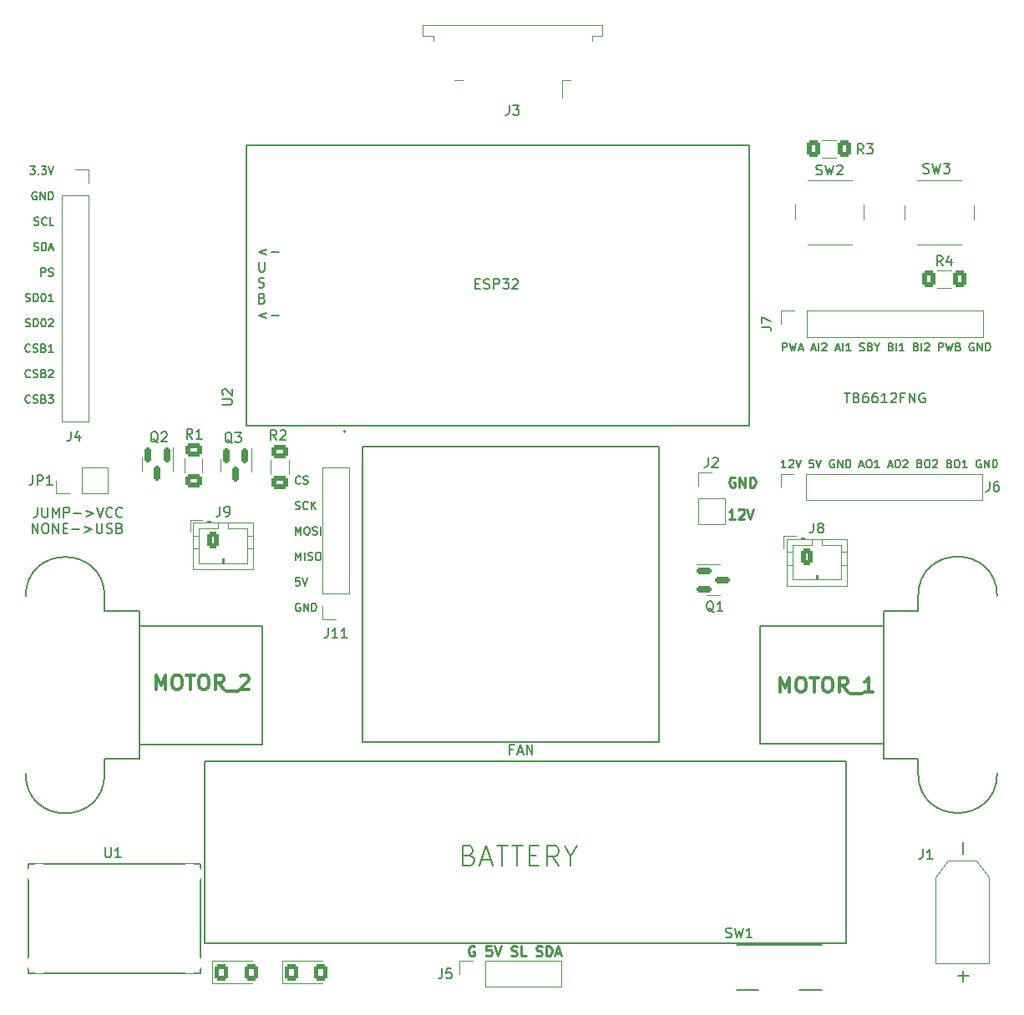
<source format=gto>
G04 #@! TF.GenerationSoftware,KiCad,Pcbnew,7.0.5*
G04 #@! TF.CreationDate,2023-08-03T15:05:36+02:00*
G04 #@! TF.ProjectId,Siguelineas,53696775-656c-4696-9e65-61732e6b6963,rev?*
G04 #@! TF.SameCoordinates,Original*
G04 #@! TF.FileFunction,Legend,Top*
G04 #@! TF.FilePolarity,Positive*
%FSLAX46Y46*%
G04 Gerber Fmt 4.6, Leading zero omitted, Abs format (unit mm)*
G04 Created by KiCad (PCBNEW 7.0.5) date 2023-08-03 15:05:36*
%MOMM*%
%LPD*%
G01*
G04 APERTURE LIST*
G04 Aperture macros list*
%AMRoundRect*
0 Rectangle with rounded corners*
0 $1 Rounding radius*
0 $2 $3 $4 $5 $6 $7 $8 $9 X,Y pos of 4 corners*
0 Add a 4 corners polygon primitive as box body*
4,1,4,$2,$3,$4,$5,$6,$7,$8,$9,$2,$3,0*
0 Add four circle primitives for the rounded corners*
1,1,$1+$1,$2,$3*
1,1,$1+$1,$4,$5*
1,1,$1+$1,$6,$7*
1,1,$1+$1,$8,$9*
0 Add four rect primitives between the rounded corners*
20,1,$1+$1,$2,$3,$4,$5,0*
20,1,$1+$1,$4,$5,$6,$7,0*
20,1,$1+$1,$6,$7,$8,$9,0*
20,1,$1+$1,$8,$9,$2,$3,0*%
G04 Aperture macros list end*
%ADD10C,0.200000*%
%ADD11C,0.150000*%
%ADD12C,0.175000*%
%ADD13C,0.300000*%
%ADD14C,0.250000*%
%ADD15C,0.127000*%
%ADD16C,0.120000*%
%ADD17C,3.000000*%
%ADD18R,2.000000X2.000000*%
%ADD19C,2.000000*%
%ADD20C,3.800000*%
%ADD21R,1.700000X1.700000*%
%ADD22O,1.700000X1.700000*%
%ADD23RoundRect,0.150000X-0.150000X0.587500X-0.150000X-0.587500X0.150000X-0.587500X0.150000X0.587500X0*%
%ADD24C,3.200000*%
%ADD25C,5.600000*%
%ADD26RoundRect,0.250000X-0.625000X0.400000X-0.625000X-0.400000X0.625000X-0.400000X0.625000X0.400000X0*%
%ADD27RoundRect,0.250001X-0.462499X-0.624999X0.462499X-0.624999X0.462499X0.624999X-0.462499X0.624999X0*%
%ADD28RoundRect,0.150000X-0.587500X-0.150000X0.587500X-0.150000X0.587500X0.150000X-0.587500X0.150000X0*%
%ADD29O,2.200000X3.500000*%
%ADD30R,1.500000X2.500000*%
%ADD31O,1.500000X2.500000*%
%ADD32RoundRect,0.250000X0.400000X0.625000X-0.400000X0.625000X-0.400000X-0.625000X0.400000X-0.625000X0*%
%ADD33C,2.200000*%
%ADD34RoundRect,0.250000X-0.350000X-0.625000X0.350000X-0.625000X0.350000X0.625000X-0.350000X0.625000X0*%
%ADD35O,1.200000X1.750000*%
%ADD36R,0.610000X2.000000*%
%ADD37R,2.680000X3.600000*%
%ADD38RoundRect,0.250000X-0.400000X-0.625000X0.400000X-0.625000X0.400000X0.625000X-0.400000X0.625000X0*%
%ADD39O,2.500000X2.000000*%
%ADD40R,3.800000X3.800000*%
G04 APERTURE END LIST*
D10*
X169573400Y-105006400D02*
X169573400Y-117006400D01*
X182073400Y-118506400D02*
X182073400Y-103506400D01*
X182073400Y-103506400D02*
X185573400Y-103506400D01*
X185573400Y-103506400D02*
X185573400Y-102006400D01*
X169573400Y-117006400D02*
X182073400Y-117006400D01*
X193573400Y-102006400D02*
G75*
G03*
X185573400Y-102006400I-4000000J0D01*
G01*
X185573400Y-120006400D02*
X185573400Y-118506400D01*
X185573400Y-120006400D02*
G75*
G03*
X193573400Y-120006400I4000000J0D01*
G01*
X182073400Y-105006400D02*
X169573400Y-105006400D01*
X185573400Y-118506400D02*
X182073400Y-118506400D01*
X103097600Y-118540400D02*
X103097600Y-120040400D01*
X95097600Y-120040400D02*
G75*
G03*
X103097600Y-120040400I4000000J0D01*
G01*
X106597600Y-118540400D02*
X103097600Y-118540400D01*
X103097600Y-102040400D02*
X103097600Y-103540400D01*
X119097600Y-117040400D02*
X119097600Y-105040400D01*
X106597600Y-117040400D02*
X119097600Y-117040400D01*
D11*
X113284000Y-118770300D02*
X178284000Y-118770300D01*
X178284000Y-137261700D01*
X113284000Y-137261700D01*
X113284000Y-118770300D01*
X129283400Y-86842600D02*
X159283400Y-86842600D01*
X159283400Y-116842600D01*
X129283400Y-116842600D01*
X129283400Y-86842600D01*
D10*
X119097600Y-105040400D02*
X106597600Y-105040400D01*
X103097600Y-102040400D02*
G75*
G03*
X95097600Y-102040400I-4000000J0D01*
G01*
X106597600Y-103540400D02*
X106597600Y-118540400D01*
X103097600Y-103540400D02*
X106597600Y-103540400D01*
D12*
X95554278Y-58433595D02*
X96049516Y-58433595D01*
X96049516Y-58433595D02*
X95782850Y-58738357D01*
X95782850Y-58738357D02*
X95897135Y-58738357D01*
X95897135Y-58738357D02*
X95973326Y-58776452D01*
X95973326Y-58776452D02*
X96011421Y-58814547D01*
X96011421Y-58814547D02*
X96049516Y-58890738D01*
X96049516Y-58890738D02*
X96049516Y-59081214D01*
X96049516Y-59081214D02*
X96011421Y-59157404D01*
X96011421Y-59157404D02*
X95973326Y-59195500D01*
X95973326Y-59195500D02*
X95897135Y-59233595D01*
X95897135Y-59233595D02*
X95668564Y-59233595D01*
X95668564Y-59233595D02*
X95592373Y-59195500D01*
X95592373Y-59195500D02*
X95554278Y-59157404D01*
X96392374Y-59157404D02*
X96430469Y-59195500D01*
X96430469Y-59195500D02*
X96392374Y-59233595D01*
X96392374Y-59233595D02*
X96354278Y-59195500D01*
X96354278Y-59195500D02*
X96392374Y-59157404D01*
X96392374Y-59157404D02*
X96392374Y-59233595D01*
X96697135Y-58433595D02*
X97192373Y-58433595D01*
X97192373Y-58433595D02*
X96925707Y-58738357D01*
X96925707Y-58738357D02*
X97039992Y-58738357D01*
X97039992Y-58738357D02*
X97116183Y-58776452D01*
X97116183Y-58776452D02*
X97154278Y-58814547D01*
X97154278Y-58814547D02*
X97192373Y-58890738D01*
X97192373Y-58890738D02*
X97192373Y-59081214D01*
X97192373Y-59081214D02*
X97154278Y-59157404D01*
X97154278Y-59157404D02*
X97116183Y-59195500D01*
X97116183Y-59195500D02*
X97039992Y-59233595D01*
X97039992Y-59233595D02*
X96811421Y-59233595D01*
X96811421Y-59233595D02*
X96735230Y-59195500D01*
X96735230Y-59195500D02*
X96697135Y-59157404D01*
X97420945Y-58433595D02*
X97687612Y-59233595D01*
X97687612Y-59233595D02*
X97954278Y-58433595D01*
X96201897Y-61047690D02*
X96125707Y-61009595D01*
X96125707Y-61009595D02*
X96011421Y-61009595D01*
X96011421Y-61009595D02*
X95897135Y-61047690D01*
X95897135Y-61047690D02*
X95820945Y-61123880D01*
X95820945Y-61123880D02*
X95782850Y-61200071D01*
X95782850Y-61200071D02*
X95744754Y-61352452D01*
X95744754Y-61352452D02*
X95744754Y-61466738D01*
X95744754Y-61466738D02*
X95782850Y-61619119D01*
X95782850Y-61619119D02*
X95820945Y-61695309D01*
X95820945Y-61695309D02*
X95897135Y-61771500D01*
X95897135Y-61771500D02*
X96011421Y-61809595D01*
X96011421Y-61809595D02*
X96087612Y-61809595D01*
X96087612Y-61809595D02*
X96201897Y-61771500D01*
X96201897Y-61771500D02*
X96239993Y-61733404D01*
X96239993Y-61733404D02*
X96239993Y-61466738D01*
X96239993Y-61466738D02*
X96087612Y-61466738D01*
X96582850Y-61809595D02*
X96582850Y-61009595D01*
X96582850Y-61009595D02*
X97039993Y-61809595D01*
X97039993Y-61809595D02*
X97039993Y-61009595D01*
X97420945Y-61809595D02*
X97420945Y-61009595D01*
X97420945Y-61009595D02*
X97611421Y-61009595D01*
X97611421Y-61009595D02*
X97725707Y-61047690D01*
X97725707Y-61047690D02*
X97801897Y-61123880D01*
X97801897Y-61123880D02*
X97839992Y-61200071D01*
X97839992Y-61200071D02*
X97878088Y-61352452D01*
X97878088Y-61352452D02*
X97878088Y-61466738D01*
X97878088Y-61466738D02*
X97839992Y-61619119D01*
X97839992Y-61619119D02*
X97801897Y-61695309D01*
X97801897Y-61695309D02*
X97725707Y-61771500D01*
X97725707Y-61771500D02*
X97611421Y-61809595D01*
X97611421Y-61809595D02*
X97420945Y-61809595D01*
X95973325Y-64347500D02*
X96087611Y-64385595D01*
X96087611Y-64385595D02*
X96278087Y-64385595D01*
X96278087Y-64385595D02*
X96354278Y-64347500D01*
X96354278Y-64347500D02*
X96392373Y-64309404D01*
X96392373Y-64309404D02*
X96430468Y-64233214D01*
X96430468Y-64233214D02*
X96430468Y-64157023D01*
X96430468Y-64157023D02*
X96392373Y-64080833D01*
X96392373Y-64080833D02*
X96354278Y-64042738D01*
X96354278Y-64042738D02*
X96278087Y-64004642D01*
X96278087Y-64004642D02*
X96125706Y-63966547D01*
X96125706Y-63966547D02*
X96049516Y-63928452D01*
X96049516Y-63928452D02*
X96011421Y-63890357D01*
X96011421Y-63890357D02*
X95973325Y-63814166D01*
X95973325Y-63814166D02*
X95973325Y-63737976D01*
X95973325Y-63737976D02*
X96011421Y-63661785D01*
X96011421Y-63661785D02*
X96049516Y-63623690D01*
X96049516Y-63623690D02*
X96125706Y-63585595D01*
X96125706Y-63585595D02*
X96316183Y-63585595D01*
X96316183Y-63585595D02*
X96430468Y-63623690D01*
X97230469Y-64309404D02*
X97192373Y-64347500D01*
X97192373Y-64347500D02*
X97078088Y-64385595D01*
X97078088Y-64385595D02*
X97001897Y-64385595D01*
X97001897Y-64385595D02*
X96887611Y-64347500D01*
X96887611Y-64347500D02*
X96811421Y-64271309D01*
X96811421Y-64271309D02*
X96773326Y-64195119D01*
X96773326Y-64195119D02*
X96735230Y-64042738D01*
X96735230Y-64042738D02*
X96735230Y-63928452D01*
X96735230Y-63928452D02*
X96773326Y-63776071D01*
X96773326Y-63776071D02*
X96811421Y-63699880D01*
X96811421Y-63699880D02*
X96887611Y-63623690D01*
X96887611Y-63623690D02*
X97001897Y-63585595D01*
X97001897Y-63585595D02*
X97078088Y-63585595D01*
X97078088Y-63585595D02*
X97192373Y-63623690D01*
X97192373Y-63623690D02*
X97230469Y-63661785D01*
X97954278Y-64385595D02*
X97573326Y-64385595D01*
X97573326Y-64385595D02*
X97573326Y-63585595D01*
X95935230Y-66923500D02*
X96049516Y-66961595D01*
X96049516Y-66961595D02*
X96239992Y-66961595D01*
X96239992Y-66961595D02*
X96316183Y-66923500D01*
X96316183Y-66923500D02*
X96354278Y-66885404D01*
X96354278Y-66885404D02*
X96392373Y-66809214D01*
X96392373Y-66809214D02*
X96392373Y-66733023D01*
X96392373Y-66733023D02*
X96354278Y-66656833D01*
X96354278Y-66656833D02*
X96316183Y-66618738D01*
X96316183Y-66618738D02*
X96239992Y-66580642D01*
X96239992Y-66580642D02*
X96087611Y-66542547D01*
X96087611Y-66542547D02*
X96011421Y-66504452D01*
X96011421Y-66504452D02*
X95973326Y-66466357D01*
X95973326Y-66466357D02*
X95935230Y-66390166D01*
X95935230Y-66390166D02*
X95935230Y-66313976D01*
X95935230Y-66313976D02*
X95973326Y-66237785D01*
X95973326Y-66237785D02*
X96011421Y-66199690D01*
X96011421Y-66199690D02*
X96087611Y-66161595D01*
X96087611Y-66161595D02*
X96278088Y-66161595D01*
X96278088Y-66161595D02*
X96392373Y-66199690D01*
X96735231Y-66961595D02*
X96735231Y-66161595D01*
X96735231Y-66161595D02*
X96925707Y-66161595D01*
X96925707Y-66161595D02*
X97039993Y-66199690D01*
X97039993Y-66199690D02*
X97116183Y-66275880D01*
X97116183Y-66275880D02*
X97154278Y-66352071D01*
X97154278Y-66352071D02*
X97192374Y-66504452D01*
X97192374Y-66504452D02*
X97192374Y-66618738D01*
X97192374Y-66618738D02*
X97154278Y-66771119D01*
X97154278Y-66771119D02*
X97116183Y-66847309D01*
X97116183Y-66847309D02*
X97039993Y-66923500D01*
X97039993Y-66923500D02*
X96925707Y-66961595D01*
X96925707Y-66961595D02*
X96735231Y-66961595D01*
X97497135Y-66733023D02*
X97878088Y-66733023D01*
X97420945Y-66961595D02*
X97687612Y-66161595D01*
X97687612Y-66161595D02*
X97954278Y-66961595D01*
X96659040Y-69537595D02*
X96659040Y-68737595D01*
X96659040Y-68737595D02*
X96963802Y-68737595D01*
X96963802Y-68737595D02*
X97039992Y-68775690D01*
X97039992Y-68775690D02*
X97078087Y-68813785D01*
X97078087Y-68813785D02*
X97116183Y-68889976D01*
X97116183Y-68889976D02*
X97116183Y-69004261D01*
X97116183Y-69004261D02*
X97078087Y-69080452D01*
X97078087Y-69080452D02*
X97039992Y-69118547D01*
X97039992Y-69118547D02*
X96963802Y-69156642D01*
X96963802Y-69156642D02*
X96659040Y-69156642D01*
X97420944Y-69499500D02*
X97535230Y-69537595D01*
X97535230Y-69537595D02*
X97725706Y-69537595D01*
X97725706Y-69537595D02*
X97801897Y-69499500D01*
X97801897Y-69499500D02*
X97839992Y-69461404D01*
X97839992Y-69461404D02*
X97878087Y-69385214D01*
X97878087Y-69385214D02*
X97878087Y-69309023D01*
X97878087Y-69309023D02*
X97839992Y-69232833D01*
X97839992Y-69232833D02*
X97801897Y-69194738D01*
X97801897Y-69194738D02*
X97725706Y-69156642D01*
X97725706Y-69156642D02*
X97573325Y-69118547D01*
X97573325Y-69118547D02*
X97497135Y-69080452D01*
X97497135Y-69080452D02*
X97459040Y-69042357D01*
X97459040Y-69042357D02*
X97420944Y-68966166D01*
X97420944Y-68966166D02*
X97420944Y-68889976D01*
X97420944Y-68889976D02*
X97459040Y-68813785D01*
X97459040Y-68813785D02*
X97497135Y-68775690D01*
X97497135Y-68775690D02*
X97573325Y-68737595D01*
X97573325Y-68737595D02*
X97763802Y-68737595D01*
X97763802Y-68737595D02*
X97878087Y-68775690D01*
X95097134Y-72075500D02*
X95211420Y-72113595D01*
X95211420Y-72113595D02*
X95401896Y-72113595D01*
X95401896Y-72113595D02*
X95478087Y-72075500D01*
X95478087Y-72075500D02*
X95516182Y-72037404D01*
X95516182Y-72037404D02*
X95554277Y-71961214D01*
X95554277Y-71961214D02*
X95554277Y-71885023D01*
X95554277Y-71885023D02*
X95516182Y-71808833D01*
X95516182Y-71808833D02*
X95478087Y-71770738D01*
X95478087Y-71770738D02*
X95401896Y-71732642D01*
X95401896Y-71732642D02*
X95249515Y-71694547D01*
X95249515Y-71694547D02*
X95173325Y-71656452D01*
X95173325Y-71656452D02*
X95135230Y-71618357D01*
X95135230Y-71618357D02*
X95097134Y-71542166D01*
X95097134Y-71542166D02*
X95097134Y-71465976D01*
X95097134Y-71465976D02*
X95135230Y-71389785D01*
X95135230Y-71389785D02*
X95173325Y-71351690D01*
X95173325Y-71351690D02*
X95249515Y-71313595D01*
X95249515Y-71313595D02*
X95439992Y-71313595D01*
X95439992Y-71313595D02*
X95554277Y-71351690D01*
X95897135Y-72113595D02*
X95897135Y-71313595D01*
X95897135Y-71313595D02*
X96087611Y-71313595D01*
X96087611Y-71313595D02*
X96201897Y-71351690D01*
X96201897Y-71351690D02*
X96278087Y-71427880D01*
X96278087Y-71427880D02*
X96316182Y-71504071D01*
X96316182Y-71504071D02*
X96354278Y-71656452D01*
X96354278Y-71656452D02*
X96354278Y-71770738D01*
X96354278Y-71770738D02*
X96316182Y-71923119D01*
X96316182Y-71923119D02*
X96278087Y-71999309D01*
X96278087Y-71999309D02*
X96201897Y-72075500D01*
X96201897Y-72075500D02*
X96087611Y-72113595D01*
X96087611Y-72113595D02*
X95897135Y-72113595D01*
X96849516Y-71313595D02*
X96925706Y-71313595D01*
X96925706Y-71313595D02*
X97001897Y-71351690D01*
X97001897Y-71351690D02*
X97039992Y-71389785D01*
X97039992Y-71389785D02*
X97078087Y-71465976D01*
X97078087Y-71465976D02*
X97116182Y-71618357D01*
X97116182Y-71618357D02*
X97116182Y-71808833D01*
X97116182Y-71808833D02*
X97078087Y-71961214D01*
X97078087Y-71961214D02*
X97039992Y-72037404D01*
X97039992Y-72037404D02*
X97001897Y-72075500D01*
X97001897Y-72075500D02*
X96925706Y-72113595D01*
X96925706Y-72113595D02*
X96849516Y-72113595D01*
X96849516Y-72113595D02*
X96773325Y-72075500D01*
X96773325Y-72075500D02*
X96735230Y-72037404D01*
X96735230Y-72037404D02*
X96697135Y-71961214D01*
X96697135Y-71961214D02*
X96659039Y-71808833D01*
X96659039Y-71808833D02*
X96659039Y-71618357D01*
X96659039Y-71618357D02*
X96697135Y-71465976D01*
X96697135Y-71465976D02*
X96735230Y-71389785D01*
X96735230Y-71389785D02*
X96773325Y-71351690D01*
X96773325Y-71351690D02*
X96849516Y-71313595D01*
X97878087Y-72113595D02*
X97420944Y-72113595D01*
X97649516Y-72113595D02*
X97649516Y-71313595D01*
X97649516Y-71313595D02*
X97573325Y-71427880D01*
X97573325Y-71427880D02*
X97497135Y-71504071D01*
X97497135Y-71504071D02*
X97420944Y-71542166D01*
X95097134Y-74651500D02*
X95211420Y-74689595D01*
X95211420Y-74689595D02*
X95401896Y-74689595D01*
X95401896Y-74689595D02*
X95478087Y-74651500D01*
X95478087Y-74651500D02*
X95516182Y-74613404D01*
X95516182Y-74613404D02*
X95554277Y-74537214D01*
X95554277Y-74537214D02*
X95554277Y-74461023D01*
X95554277Y-74461023D02*
X95516182Y-74384833D01*
X95516182Y-74384833D02*
X95478087Y-74346738D01*
X95478087Y-74346738D02*
X95401896Y-74308642D01*
X95401896Y-74308642D02*
X95249515Y-74270547D01*
X95249515Y-74270547D02*
X95173325Y-74232452D01*
X95173325Y-74232452D02*
X95135230Y-74194357D01*
X95135230Y-74194357D02*
X95097134Y-74118166D01*
X95097134Y-74118166D02*
X95097134Y-74041976D01*
X95097134Y-74041976D02*
X95135230Y-73965785D01*
X95135230Y-73965785D02*
X95173325Y-73927690D01*
X95173325Y-73927690D02*
X95249515Y-73889595D01*
X95249515Y-73889595D02*
X95439992Y-73889595D01*
X95439992Y-73889595D02*
X95554277Y-73927690D01*
X95897135Y-74689595D02*
X95897135Y-73889595D01*
X95897135Y-73889595D02*
X96087611Y-73889595D01*
X96087611Y-73889595D02*
X96201897Y-73927690D01*
X96201897Y-73927690D02*
X96278087Y-74003880D01*
X96278087Y-74003880D02*
X96316182Y-74080071D01*
X96316182Y-74080071D02*
X96354278Y-74232452D01*
X96354278Y-74232452D02*
X96354278Y-74346738D01*
X96354278Y-74346738D02*
X96316182Y-74499119D01*
X96316182Y-74499119D02*
X96278087Y-74575309D01*
X96278087Y-74575309D02*
X96201897Y-74651500D01*
X96201897Y-74651500D02*
X96087611Y-74689595D01*
X96087611Y-74689595D02*
X95897135Y-74689595D01*
X96849516Y-73889595D02*
X96925706Y-73889595D01*
X96925706Y-73889595D02*
X97001897Y-73927690D01*
X97001897Y-73927690D02*
X97039992Y-73965785D01*
X97039992Y-73965785D02*
X97078087Y-74041976D01*
X97078087Y-74041976D02*
X97116182Y-74194357D01*
X97116182Y-74194357D02*
X97116182Y-74384833D01*
X97116182Y-74384833D02*
X97078087Y-74537214D01*
X97078087Y-74537214D02*
X97039992Y-74613404D01*
X97039992Y-74613404D02*
X97001897Y-74651500D01*
X97001897Y-74651500D02*
X96925706Y-74689595D01*
X96925706Y-74689595D02*
X96849516Y-74689595D01*
X96849516Y-74689595D02*
X96773325Y-74651500D01*
X96773325Y-74651500D02*
X96735230Y-74613404D01*
X96735230Y-74613404D02*
X96697135Y-74537214D01*
X96697135Y-74537214D02*
X96659039Y-74384833D01*
X96659039Y-74384833D02*
X96659039Y-74194357D01*
X96659039Y-74194357D02*
X96697135Y-74041976D01*
X96697135Y-74041976D02*
X96735230Y-73965785D01*
X96735230Y-73965785D02*
X96773325Y-73927690D01*
X96773325Y-73927690D02*
X96849516Y-73889595D01*
X97420944Y-73965785D02*
X97459040Y-73927690D01*
X97459040Y-73927690D02*
X97535230Y-73889595D01*
X97535230Y-73889595D02*
X97725706Y-73889595D01*
X97725706Y-73889595D02*
X97801897Y-73927690D01*
X97801897Y-73927690D02*
X97839992Y-73965785D01*
X97839992Y-73965785D02*
X97878087Y-74041976D01*
X97878087Y-74041976D02*
X97878087Y-74118166D01*
X97878087Y-74118166D02*
X97839992Y-74232452D01*
X97839992Y-74232452D02*
X97382849Y-74689595D01*
X97382849Y-74689595D02*
X97878087Y-74689595D01*
X95554278Y-77189404D02*
X95516182Y-77227500D01*
X95516182Y-77227500D02*
X95401897Y-77265595D01*
X95401897Y-77265595D02*
X95325706Y-77265595D01*
X95325706Y-77265595D02*
X95211420Y-77227500D01*
X95211420Y-77227500D02*
X95135230Y-77151309D01*
X95135230Y-77151309D02*
X95097135Y-77075119D01*
X95097135Y-77075119D02*
X95059039Y-76922738D01*
X95059039Y-76922738D02*
X95059039Y-76808452D01*
X95059039Y-76808452D02*
X95097135Y-76656071D01*
X95097135Y-76656071D02*
X95135230Y-76579880D01*
X95135230Y-76579880D02*
X95211420Y-76503690D01*
X95211420Y-76503690D02*
X95325706Y-76465595D01*
X95325706Y-76465595D02*
X95401897Y-76465595D01*
X95401897Y-76465595D02*
X95516182Y-76503690D01*
X95516182Y-76503690D02*
X95554278Y-76541785D01*
X95859039Y-77227500D02*
X95973325Y-77265595D01*
X95973325Y-77265595D02*
X96163801Y-77265595D01*
X96163801Y-77265595D02*
X96239992Y-77227500D01*
X96239992Y-77227500D02*
X96278087Y-77189404D01*
X96278087Y-77189404D02*
X96316182Y-77113214D01*
X96316182Y-77113214D02*
X96316182Y-77037023D01*
X96316182Y-77037023D02*
X96278087Y-76960833D01*
X96278087Y-76960833D02*
X96239992Y-76922738D01*
X96239992Y-76922738D02*
X96163801Y-76884642D01*
X96163801Y-76884642D02*
X96011420Y-76846547D01*
X96011420Y-76846547D02*
X95935230Y-76808452D01*
X95935230Y-76808452D02*
X95897135Y-76770357D01*
X95897135Y-76770357D02*
X95859039Y-76694166D01*
X95859039Y-76694166D02*
X95859039Y-76617976D01*
X95859039Y-76617976D02*
X95897135Y-76541785D01*
X95897135Y-76541785D02*
X95935230Y-76503690D01*
X95935230Y-76503690D02*
X96011420Y-76465595D01*
X96011420Y-76465595D02*
X96201897Y-76465595D01*
X96201897Y-76465595D02*
X96316182Y-76503690D01*
X96925706Y-76846547D02*
X97039992Y-76884642D01*
X97039992Y-76884642D02*
X97078087Y-76922738D01*
X97078087Y-76922738D02*
X97116183Y-76998928D01*
X97116183Y-76998928D02*
X97116183Y-77113214D01*
X97116183Y-77113214D02*
X97078087Y-77189404D01*
X97078087Y-77189404D02*
X97039992Y-77227500D01*
X97039992Y-77227500D02*
X96963802Y-77265595D01*
X96963802Y-77265595D02*
X96659040Y-77265595D01*
X96659040Y-77265595D02*
X96659040Y-76465595D01*
X96659040Y-76465595D02*
X96925706Y-76465595D01*
X96925706Y-76465595D02*
X97001897Y-76503690D01*
X97001897Y-76503690D02*
X97039992Y-76541785D01*
X97039992Y-76541785D02*
X97078087Y-76617976D01*
X97078087Y-76617976D02*
X97078087Y-76694166D01*
X97078087Y-76694166D02*
X97039992Y-76770357D01*
X97039992Y-76770357D02*
X97001897Y-76808452D01*
X97001897Y-76808452D02*
X96925706Y-76846547D01*
X96925706Y-76846547D02*
X96659040Y-76846547D01*
X97878087Y-77265595D02*
X97420944Y-77265595D01*
X97649516Y-77265595D02*
X97649516Y-76465595D01*
X97649516Y-76465595D02*
X97573325Y-76579880D01*
X97573325Y-76579880D02*
X97497135Y-76656071D01*
X97497135Y-76656071D02*
X97420944Y-76694166D01*
X95554278Y-79765404D02*
X95516182Y-79803500D01*
X95516182Y-79803500D02*
X95401897Y-79841595D01*
X95401897Y-79841595D02*
X95325706Y-79841595D01*
X95325706Y-79841595D02*
X95211420Y-79803500D01*
X95211420Y-79803500D02*
X95135230Y-79727309D01*
X95135230Y-79727309D02*
X95097135Y-79651119D01*
X95097135Y-79651119D02*
X95059039Y-79498738D01*
X95059039Y-79498738D02*
X95059039Y-79384452D01*
X95059039Y-79384452D02*
X95097135Y-79232071D01*
X95097135Y-79232071D02*
X95135230Y-79155880D01*
X95135230Y-79155880D02*
X95211420Y-79079690D01*
X95211420Y-79079690D02*
X95325706Y-79041595D01*
X95325706Y-79041595D02*
X95401897Y-79041595D01*
X95401897Y-79041595D02*
X95516182Y-79079690D01*
X95516182Y-79079690D02*
X95554278Y-79117785D01*
X95859039Y-79803500D02*
X95973325Y-79841595D01*
X95973325Y-79841595D02*
X96163801Y-79841595D01*
X96163801Y-79841595D02*
X96239992Y-79803500D01*
X96239992Y-79803500D02*
X96278087Y-79765404D01*
X96278087Y-79765404D02*
X96316182Y-79689214D01*
X96316182Y-79689214D02*
X96316182Y-79613023D01*
X96316182Y-79613023D02*
X96278087Y-79536833D01*
X96278087Y-79536833D02*
X96239992Y-79498738D01*
X96239992Y-79498738D02*
X96163801Y-79460642D01*
X96163801Y-79460642D02*
X96011420Y-79422547D01*
X96011420Y-79422547D02*
X95935230Y-79384452D01*
X95935230Y-79384452D02*
X95897135Y-79346357D01*
X95897135Y-79346357D02*
X95859039Y-79270166D01*
X95859039Y-79270166D02*
X95859039Y-79193976D01*
X95859039Y-79193976D02*
X95897135Y-79117785D01*
X95897135Y-79117785D02*
X95935230Y-79079690D01*
X95935230Y-79079690D02*
X96011420Y-79041595D01*
X96011420Y-79041595D02*
X96201897Y-79041595D01*
X96201897Y-79041595D02*
X96316182Y-79079690D01*
X96925706Y-79422547D02*
X97039992Y-79460642D01*
X97039992Y-79460642D02*
X97078087Y-79498738D01*
X97078087Y-79498738D02*
X97116183Y-79574928D01*
X97116183Y-79574928D02*
X97116183Y-79689214D01*
X97116183Y-79689214D02*
X97078087Y-79765404D01*
X97078087Y-79765404D02*
X97039992Y-79803500D01*
X97039992Y-79803500D02*
X96963802Y-79841595D01*
X96963802Y-79841595D02*
X96659040Y-79841595D01*
X96659040Y-79841595D02*
X96659040Y-79041595D01*
X96659040Y-79041595D02*
X96925706Y-79041595D01*
X96925706Y-79041595D02*
X97001897Y-79079690D01*
X97001897Y-79079690D02*
X97039992Y-79117785D01*
X97039992Y-79117785D02*
X97078087Y-79193976D01*
X97078087Y-79193976D02*
X97078087Y-79270166D01*
X97078087Y-79270166D02*
X97039992Y-79346357D01*
X97039992Y-79346357D02*
X97001897Y-79384452D01*
X97001897Y-79384452D02*
X96925706Y-79422547D01*
X96925706Y-79422547D02*
X96659040Y-79422547D01*
X97420944Y-79117785D02*
X97459040Y-79079690D01*
X97459040Y-79079690D02*
X97535230Y-79041595D01*
X97535230Y-79041595D02*
X97725706Y-79041595D01*
X97725706Y-79041595D02*
X97801897Y-79079690D01*
X97801897Y-79079690D02*
X97839992Y-79117785D01*
X97839992Y-79117785D02*
X97878087Y-79193976D01*
X97878087Y-79193976D02*
X97878087Y-79270166D01*
X97878087Y-79270166D02*
X97839992Y-79384452D01*
X97839992Y-79384452D02*
X97382849Y-79841595D01*
X97382849Y-79841595D02*
X97878087Y-79841595D01*
X95554278Y-82341404D02*
X95516182Y-82379500D01*
X95516182Y-82379500D02*
X95401897Y-82417595D01*
X95401897Y-82417595D02*
X95325706Y-82417595D01*
X95325706Y-82417595D02*
X95211420Y-82379500D01*
X95211420Y-82379500D02*
X95135230Y-82303309D01*
X95135230Y-82303309D02*
X95097135Y-82227119D01*
X95097135Y-82227119D02*
X95059039Y-82074738D01*
X95059039Y-82074738D02*
X95059039Y-81960452D01*
X95059039Y-81960452D02*
X95097135Y-81808071D01*
X95097135Y-81808071D02*
X95135230Y-81731880D01*
X95135230Y-81731880D02*
X95211420Y-81655690D01*
X95211420Y-81655690D02*
X95325706Y-81617595D01*
X95325706Y-81617595D02*
X95401897Y-81617595D01*
X95401897Y-81617595D02*
X95516182Y-81655690D01*
X95516182Y-81655690D02*
X95554278Y-81693785D01*
X95859039Y-82379500D02*
X95973325Y-82417595D01*
X95973325Y-82417595D02*
X96163801Y-82417595D01*
X96163801Y-82417595D02*
X96239992Y-82379500D01*
X96239992Y-82379500D02*
X96278087Y-82341404D01*
X96278087Y-82341404D02*
X96316182Y-82265214D01*
X96316182Y-82265214D02*
X96316182Y-82189023D01*
X96316182Y-82189023D02*
X96278087Y-82112833D01*
X96278087Y-82112833D02*
X96239992Y-82074738D01*
X96239992Y-82074738D02*
X96163801Y-82036642D01*
X96163801Y-82036642D02*
X96011420Y-81998547D01*
X96011420Y-81998547D02*
X95935230Y-81960452D01*
X95935230Y-81960452D02*
X95897135Y-81922357D01*
X95897135Y-81922357D02*
X95859039Y-81846166D01*
X95859039Y-81846166D02*
X95859039Y-81769976D01*
X95859039Y-81769976D02*
X95897135Y-81693785D01*
X95897135Y-81693785D02*
X95935230Y-81655690D01*
X95935230Y-81655690D02*
X96011420Y-81617595D01*
X96011420Y-81617595D02*
X96201897Y-81617595D01*
X96201897Y-81617595D02*
X96316182Y-81655690D01*
X96925706Y-81998547D02*
X97039992Y-82036642D01*
X97039992Y-82036642D02*
X97078087Y-82074738D01*
X97078087Y-82074738D02*
X97116183Y-82150928D01*
X97116183Y-82150928D02*
X97116183Y-82265214D01*
X97116183Y-82265214D02*
X97078087Y-82341404D01*
X97078087Y-82341404D02*
X97039992Y-82379500D01*
X97039992Y-82379500D02*
X96963802Y-82417595D01*
X96963802Y-82417595D02*
X96659040Y-82417595D01*
X96659040Y-82417595D02*
X96659040Y-81617595D01*
X96659040Y-81617595D02*
X96925706Y-81617595D01*
X96925706Y-81617595D02*
X97001897Y-81655690D01*
X97001897Y-81655690D02*
X97039992Y-81693785D01*
X97039992Y-81693785D02*
X97078087Y-81769976D01*
X97078087Y-81769976D02*
X97078087Y-81846166D01*
X97078087Y-81846166D02*
X97039992Y-81922357D01*
X97039992Y-81922357D02*
X97001897Y-81960452D01*
X97001897Y-81960452D02*
X96925706Y-81998547D01*
X96925706Y-81998547D02*
X96659040Y-81998547D01*
X97382849Y-81617595D02*
X97878087Y-81617595D01*
X97878087Y-81617595D02*
X97611421Y-81922357D01*
X97611421Y-81922357D02*
X97725706Y-81922357D01*
X97725706Y-81922357D02*
X97801897Y-81960452D01*
X97801897Y-81960452D02*
X97839992Y-81998547D01*
X97839992Y-81998547D02*
X97878087Y-82074738D01*
X97878087Y-82074738D02*
X97878087Y-82265214D01*
X97878087Y-82265214D02*
X97839992Y-82341404D01*
X97839992Y-82341404D02*
X97801897Y-82379500D01*
X97801897Y-82379500D02*
X97725706Y-82417595D01*
X97725706Y-82417595D02*
X97497135Y-82417595D01*
X97497135Y-82417595D02*
X97420944Y-82379500D01*
X97420944Y-82379500D02*
X97382849Y-82341404D01*
X172174654Y-88996195D02*
X171717511Y-88996195D01*
X171946083Y-88996195D02*
X171946083Y-88196195D01*
X171946083Y-88196195D02*
X171869892Y-88310480D01*
X171869892Y-88310480D02*
X171793702Y-88386671D01*
X171793702Y-88386671D02*
X171717511Y-88424766D01*
X172479416Y-88272385D02*
X172517512Y-88234290D01*
X172517512Y-88234290D02*
X172593702Y-88196195D01*
X172593702Y-88196195D02*
X172784178Y-88196195D01*
X172784178Y-88196195D02*
X172860369Y-88234290D01*
X172860369Y-88234290D02*
X172898464Y-88272385D01*
X172898464Y-88272385D02*
X172936559Y-88348576D01*
X172936559Y-88348576D02*
X172936559Y-88424766D01*
X172936559Y-88424766D02*
X172898464Y-88539052D01*
X172898464Y-88539052D02*
X172441321Y-88996195D01*
X172441321Y-88996195D02*
X172936559Y-88996195D01*
X173165131Y-88196195D02*
X173431798Y-88996195D01*
X173431798Y-88996195D02*
X173698464Y-88196195D01*
X174955607Y-88196195D02*
X174574655Y-88196195D01*
X174574655Y-88196195D02*
X174536559Y-88577147D01*
X174536559Y-88577147D02*
X174574655Y-88539052D01*
X174574655Y-88539052D02*
X174650845Y-88500957D01*
X174650845Y-88500957D02*
X174841321Y-88500957D01*
X174841321Y-88500957D02*
X174917512Y-88539052D01*
X174917512Y-88539052D02*
X174955607Y-88577147D01*
X174955607Y-88577147D02*
X174993702Y-88653338D01*
X174993702Y-88653338D02*
X174993702Y-88843814D01*
X174993702Y-88843814D02*
X174955607Y-88920004D01*
X174955607Y-88920004D02*
X174917512Y-88958100D01*
X174917512Y-88958100D02*
X174841321Y-88996195D01*
X174841321Y-88996195D02*
X174650845Y-88996195D01*
X174650845Y-88996195D02*
X174574655Y-88958100D01*
X174574655Y-88958100D02*
X174536559Y-88920004D01*
X175222274Y-88196195D02*
X175488941Y-88996195D01*
X175488941Y-88996195D02*
X175755607Y-88196195D01*
X177050845Y-88234290D02*
X176974655Y-88196195D01*
X176974655Y-88196195D02*
X176860369Y-88196195D01*
X176860369Y-88196195D02*
X176746083Y-88234290D01*
X176746083Y-88234290D02*
X176669893Y-88310480D01*
X176669893Y-88310480D02*
X176631798Y-88386671D01*
X176631798Y-88386671D02*
X176593702Y-88539052D01*
X176593702Y-88539052D02*
X176593702Y-88653338D01*
X176593702Y-88653338D02*
X176631798Y-88805719D01*
X176631798Y-88805719D02*
X176669893Y-88881909D01*
X176669893Y-88881909D02*
X176746083Y-88958100D01*
X176746083Y-88958100D02*
X176860369Y-88996195D01*
X176860369Y-88996195D02*
X176936560Y-88996195D01*
X176936560Y-88996195D02*
X177050845Y-88958100D01*
X177050845Y-88958100D02*
X177088941Y-88920004D01*
X177088941Y-88920004D02*
X177088941Y-88653338D01*
X177088941Y-88653338D02*
X176936560Y-88653338D01*
X177431798Y-88996195D02*
X177431798Y-88196195D01*
X177431798Y-88196195D02*
X177888941Y-88996195D01*
X177888941Y-88996195D02*
X177888941Y-88196195D01*
X178269893Y-88996195D02*
X178269893Y-88196195D01*
X178269893Y-88196195D02*
X178460369Y-88196195D01*
X178460369Y-88196195D02*
X178574655Y-88234290D01*
X178574655Y-88234290D02*
X178650845Y-88310480D01*
X178650845Y-88310480D02*
X178688940Y-88386671D01*
X178688940Y-88386671D02*
X178727036Y-88539052D01*
X178727036Y-88539052D02*
X178727036Y-88653338D01*
X178727036Y-88653338D02*
X178688940Y-88805719D01*
X178688940Y-88805719D02*
X178650845Y-88881909D01*
X178650845Y-88881909D02*
X178574655Y-88958100D01*
X178574655Y-88958100D02*
X178460369Y-88996195D01*
X178460369Y-88996195D02*
X178269893Y-88996195D01*
X179641321Y-88767623D02*
X180022274Y-88767623D01*
X179565131Y-88996195D02*
X179831798Y-88196195D01*
X179831798Y-88196195D02*
X180098464Y-88996195D01*
X180517512Y-88196195D02*
X180669893Y-88196195D01*
X180669893Y-88196195D02*
X180746083Y-88234290D01*
X180746083Y-88234290D02*
X180822274Y-88310480D01*
X180822274Y-88310480D02*
X180860369Y-88462861D01*
X180860369Y-88462861D02*
X180860369Y-88729528D01*
X180860369Y-88729528D02*
X180822274Y-88881909D01*
X180822274Y-88881909D02*
X180746083Y-88958100D01*
X180746083Y-88958100D02*
X180669893Y-88996195D01*
X180669893Y-88996195D02*
X180517512Y-88996195D01*
X180517512Y-88996195D02*
X180441321Y-88958100D01*
X180441321Y-88958100D02*
X180365131Y-88881909D01*
X180365131Y-88881909D02*
X180327035Y-88729528D01*
X180327035Y-88729528D02*
X180327035Y-88462861D01*
X180327035Y-88462861D02*
X180365131Y-88310480D01*
X180365131Y-88310480D02*
X180441321Y-88234290D01*
X180441321Y-88234290D02*
X180517512Y-88196195D01*
X181622273Y-88996195D02*
X181165130Y-88996195D01*
X181393702Y-88996195D02*
X181393702Y-88196195D01*
X181393702Y-88196195D02*
X181317511Y-88310480D01*
X181317511Y-88310480D02*
X181241321Y-88386671D01*
X181241321Y-88386671D02*
X181165130Y-88424766D01*
X182536559Y-88767623D02*
X182917512Y-88767623D01*
X182460369Y-88996195D02*
X182727036Y-88196195D01*
X182727036Y-88196195D02*
X182993702Y-88996195D01*
X183412750Y-88196195D02*
X183565131Y-88196195D01*
X183565131Y-88196195D02*
X183641321Y-88234290D01*
X183641321Y-88234290D02*
X183717512Y-88310480D01*
X183717512Y-88310480D02*
X183755607Y-88462861D01*
X183755607Y-88462861D02*
X183755607Y-88729528D01*
X183755607Y-88729528D02*
X183717512Y-88881909D01*
X183717512Y-88881909D02*
X183641321Y-88958100D01*
X183641321Y-88958100D02*
X183565131Y-88996195D01*
X183565131Y-88996195D02*
X183412750Y-88996195D01*
X183412750Y-88996195D02*
X183336559Y-88958100D01*
X183336559Y-88958100D02*
X183260369Y-88881909D01*
X183260369Y-88881909D02*
X183222273Y-88729528D01*
X183222273Y-88729528D02*
X183222273Y-88462861D01*
X183222273Y-88462861D02*
X183260369Y-88310480D01*
X183260369Y-88310480D02*
X183336559Y-88234290D01*
X183336559Y-88234290D02*
X183412750Y-88196195D01*
X184060368Y-88272385D02*
X184098464Y-88234290D01*
X184098464Y-88234290D02*
X184174654Y-88196195D01*
X184174654Y-88196195D02*
X184365130Y-88196195D01*
X184365130Y-88196195D02*
X184441321Y-88234290D01*
X184441321Y-88234290D02*
X184479416Y-88272385D01*
X184479416Y-88272385D02*
X184517511Y-88348576D01*
X184517511Y-88348576D02*
X184517511Y-88424766D01*
X184517511Y-88424766D02*
X184479416Y-88539052D01*
X184479416Y-88539052D02*
X184022273Y-88996195D01*
X184022273Y-88996195D02*
X184517511Y-88996195D01*
X185736559Y-88577147D02*
X185850845Y-88615242D01*
X185850845Y-88615242D02*
X185888940Y-88653338D01*
X185888940Y-88653338D02*
X185927036Y-88729528D01*
X185927036Y-88729528D02*
X185927036Y-88843814D01*
X185927036Y-88843814D02*
X185888940Y-88920004D01*
X185888940Y-88920004D02*
X185850845Y-88958100D01*
X185850845Y-88958100D02*
X185774655Y-88996195D01*
X185774655Y-88996195D02*
X185469893Y-88996195D01*
X185469893Y-88996195D02*
X185469893Y-88196195D01*
X185469893Y-88196195D02*
X185736559Y-88196195D01*
X185736559Y-88196195D02*
X185812750Y-88234290D01*
X185812750Y-88234290D02*
X185850845Y-88272385D01*
X185850845Y-88272385D02*
X185888940Y-88348576D01*
X185888940Y-88348576D02*
X185888940Y-88424766D01*
X185888940Y-88424766D02*
X185850845Y-88500957D01*
X185850845Y-88500957D02*
X185812750Y-88539052D01*
X185812750Y-88539052D02*
X185736559Y-88577147D01*
X185736559Y-88577147D02*
X185469893Y-88577147D01*
X186422274Y-88196195D02*
X186574655Y-88196195D01*
X186574655Y-88196195D02*
X186650845Y-88234290D01*
X186650845Y-88234290D02*
X186727036Y-88310480D01*
X186727036Y-88310480D02*
X186765131Y-88462861D01*
X186765131Y-88462861D02*
X186765131Y-88729528D01*
X186765131Y-88729528D02*
X186727036Y-88881909D01*
X186727036Y-88881909D02*
X186650845Y-88958100D01*
X186650845Y-88958100D02*
X186574655Y-88996195D01*
X186574655Y-88996195D02*
X186422274Y-88996195D01*
X186422274Y-88996195D02*
X186346083Y-88958100D01*
X186346083Y-88958100D02*
X186269893Y-88881909D01*
X186269893Y-88881909D02*
X186231797Y-88729528D01*
X186231797Y-88729528D02*
X186231797Y-88462861D01*
X186231797Y-88462861D02*
X186269893Y-88310480D01*
X186269893Y-88310480D02*
X186346083Y-88234290D01*
X186346083Y-88234290D02*
X186422274Y-88196195D01*
X187069892Y-88272385D02*
X187107988Y-88234290D01*
X187107988Y-88234290D02*
X187184178Y-88196195D01*
X187184178Y-88196195D02*
X187374654Y-88196195D01*
X187374654Y-88196195D02*
X187450845Y-88234290D01*
X187450845Y-88234290D02*
X187488940Y-88272385D01*
X187488940Y-88272385D02*
X187527035Y-88348576D01*
X187527035Y-88348576D02*
X187527035Y-88424766D01*
X187527035Y-88424766D02*
X187488940Y-88539052D01*
X187488940Y-88539052D02*
X187031797Y-88996195D01*
X187031797Y-88996195D02*
X187527035Y-88996195D01*
X188746083Y-88577147D02*
X188860369Y-88615242D01*
X188860369Y-88615242D02*
X188898464Y-88653338D01*
X188898464Y-88653338D02*
X188936560Y-88729528D01*
X188936560Y-88729528D02*
X188936560Y-88843814D01*
X188936560Y-88843814D02*
X188898464Y-88920004D01*
X188898464Y-88920004D02*
X188860369Y-88958100D01*
X188860369Y-88958100D02*
X188784179Y-88996195D01*
X188784179Y-88996195D02*
X188479417Y-88996195D01*
X188479417Y-88996195D02*
X188479417Y-88196195D01*
X188479417Y-88196195D02*
X188746083Y-88196195D01*
X188746083Y-88196195D02*
X188822274Y-88234290D01*
X188822274Y-88234290D02*
X188860369Y-88272385D01*
X188860369Y-88272385D02*
X188898464Y-88348576D01*
X188898464Y-88348576D02*
X188898464Y-88424766D01*
X188898464Y-88424766D02*
X188860369Y-88500957D01*
X188860369Y-88500957D02*
X188822274Y-88539052D01*
X188822274Y-88539052D02*
X188746083Y-88577147D01*
X188746083Y-88577147D02*
X188479417Y-88577147D01*
X189431798Y-88196195D02*
X189584179Y-88196195D01*
X189584179Y-88196195D02*
X189660369Y-88234290D01*
X189660369Y-88234290D02*
X189736560Y-88310480D01*
X189736560Y-88310480D02*
X189774655Y-88462861D01*
X189774655Y-88462861D02*
X189774655Y-88729528D01*
X189774655Y-88729528D02*
X189736560Y-88881909D01*
X189736560Y-88881909D02*
X189660369Y-88958100D01*
X189660369Y-88958100D02*
X189584179Y-88996195D01*
X189584179Y-88996195D02*
X189431798Y-88996195D01*
X189431798Y-88996195D02*
X189355607Y-88958100D01*
X189355607Y-88958100D02*
X189279417Y-88881909D01*
X189279417Y-88881909D02*
X189241321Y-88729528D01*
X189241321Y-88729528D02*
X189241321Y-88462861D01*
X189241321Y-88462861D02*
X189279417Y-88310480D01*
X189279417Y-88310480D02*
X189355607Y-88234290D01*
X189355607Y-88234290D02*
X189431798Y-88196195D01*
X190536559Y-88996195D02*
X190079416Y-88996195D01*
X190307988Y-88996195D02*
X190307988Y-88196195D01*
X190307988Y-88196195D02*
X190231797Y-88310480D01*
X190231797Y-88310480D02*
X190155607Y-88386671D01*
X190155607Y-88386671D02*
X190079416Y-88424766D01*
X191907988Y-88234290D02*
X191831798Y-88196195D01*
X191831798Y-88196195D02*
X191717512Y-88196195D01*
X191717512Y-88196195D02*
X191603226Y-88234290D01*
X191603226Y-88234290D02*
X191527036Y-88310480D01*
X191527036Y-88310480D02*
X191488941Y-88386671D01*
X191488941Y-88386671D02*
X191450845Y-88539052D01*
X191450845Y-88539052D02*
X191450845Y-88653338D01*
X191450845Y-88653338D02*
X191488941Y-88805719D01*
X191488941Y-88805719D02*
X191527036Y-88881909D01*
X191527036Y-88881909D02*
X191603226Y-88958100D01*
X191603226Y-88958100D02*
X191717512Y-88996195D01*
X191717512Y-88996195D02*
X191793703Y-88996195D01*
X191793703Y-88996195D02*
X191907988Y-88958100D01*
X191907988Y-88958100D02*
X191946084Y-88920004D01*
X191946084Y-88920004D02*
X191946084Y-88653338D01*
X191946084Y-88653338D02*
X191793703Y-88653338D01*
X192288941Y-88996195D02*
X192288941Y-88196195D01*
X192288941Y-88196195D02*
X192746084Y-88996195D01*
X192746084Y-88996195D02*
X192746084Y-88196195D01*
X193127036Y-88996195D02*
X193127036Y-88196195D01*
X193127036Y-88196195D02*
X193317512Y-88196195D01*
X193317512Y-88196195D02*
X193431798Y-88234290D01*
X193431798Y-88234290D02*
X193507988Y-88310480D01*
X193507988Y-88310480D02*
X193546083Y-88386671D01*
X193546083Y-88386671D02*
X193584179Y-88539052D01*
X193584179Y-88539052D02*
X193584179Y-88653338D01*
X193584179Y-88653338D02*
X193546083Y-88805719D01*
X193546083Y-88805719D02*
X193507988Y-88881909D01*
X193507988Y-88881909D02*
X193431798Y-88958100D01*
X193431798Y-88958100D02*
X193317512Y-88996195D01*
X193317512Y-88996195D02*
X193127036Y-88996195D01*
D11*
X96295411Y-93017819D02*
X96295411Y-93732104D01*
X96295411Y-93732104D02*
X96247792Y-93874961D01*
X96247792Y-93874961D02*
X96152554Y-93970200D01*
X96152554Y-93970200D02*
X96009697Y-94017819D01*
X96009697Y-94017819D02*
X95914459Y-94017819D01*
X96771602Y-93017819D02*
X96771602Y-93827342D01*
X96771602Y-93827342D02*
X96819221Y-93922580D01*
X96819221Y-93922580D02*
X96866840Y-93970200D01*
X96866840Y-93970200D02*
X96962078Y-94017819D01*
X96962078Y-94017819D02*
X97152554Y-94017819D01*
X97152554Y-94017819D02*
X97247792Y-93970200D01*
X97247792Y-93970200D02*
X97295411Y-93922580D01*
X97295411Y-93922580D02*
X97343030Y-93827342D01*
X97343030Y-93827342D02*
X97343030Y-93017819D01*
X97819221Y-94017819D02*
X97819221Y-93017819D01*
X97819221Y-93017819D02*
X98152554Y-93732104D01*
X98152554Y-93732104D02*
X98485887Y-93017819D01*
X98485887Y-93017819D02*
X98485887Y-94017819D01*
X98962078Y-94017819D02*
X98962078Y-93017819D01*
X98962078Y-93017819D02*
X99343030Y-93017819D01*
X99343030Y-93017819D02*
X99438268Y-93065438D01*
X99438268Y-93065438D02*
X99485887Y-93113057D01*
X99485887Y-93113057D02*
X99533506Y-93208295D01*
X99533506Y-93208295D02*
X99533506Y-93351152D01*
X99533506Y-93351152D02*
X99485887Y-93446390D01*
X99485887Y-93446390D02*
X99438268Y-93494009D01*
X99438268Y-93494009D02*
X99343030Y-93541628D01*
X99343030Y-93541628D02*
X98962078Y-93541628D01*
X99962078Y-93636866D02*
X100723983Y-93636866D01*
X101200173Y-93351152D02*
X101962078Y-93636866D01*
X101962078Y-93636866D02*
X101200173Y-93922580D01*
X102295411Y-93017819D02*
X102628744Y-94017819D01*
X102628744Y-94017819D02*
X102962077Y-93017819D01*
X103866839Y-93922580D02*
X103819220Y-93970200D01*
X103819220Y-93970200D02*
X103676363Y-94017819D01*
X103676363Y-94017819D02*
X103581125Y-94017819D01*
X103581125Y-94017819D02*
X103438268Y-93970200D01*
X103438268Y-93970200D02*
X103343030Y-93874961D01*
X103343030Y-93874961D02*
X103295411Y-93779723D01*
X103295411Y-93779723D02*
X103247792Y-93589247D01*
X103247792Y-93589247D02*
X103247792Y-93446390D01*
X103247792Y-93446390D02*
X103295411Y-93255914D01*
X103295411Y-93255914D02*
X103343030Y-93160676D01*
X103343030Y-93160676D02*
X103438268Y-93065438D01*
X103438268Y-93065438D02*
X103581125Y-93017819D01*
X103581125Y-93017819D02*
X103676363Y-93017819D01*
X103676363Y-93017819D02*
X103819220Y-93065438D01*
X103819220Y-93065438D02*
X103866839Y-93113057D01*
X104866839Y-93922580D02*
X104819220Y-93970200D01*
X104819220Y-93970200D02*
X104676363Y-94017819D01*
X104676363Y-94017819D02*
X104581125Y-94017819D01*
X104581125Y-94017819D02*
X104438268Y-93970200D01*
X104438268Y-93970200D02*
X104343030Y-93874961D01*
X104343030Y-93874961D02*
X104295411Y-93779723D01*
X104295411Y-93779723D02*
X104247792Y-93589247D01*
X104247792Y-93589247D02*
X104247792Y-93446390D01*
X104247792Y-93446390D02*
X104295411Y-93255914D01*
X104295411Y-93255914D02*
X104343030Y-93160676D01*
X104343030Y-93160676D02*
X104438268Y-93065438D01*
X104438268Y-93065438D02*
X104581125Y-93017819D01*
X104581125Y-93017819D02*
X104676363Y-93017819D01*
X104676363Y-93017819D02*
X104819220Y-93065438D01*
X104819220Y-93065438D02*
X104866839Y-93113057D01*
X95771602Y-95627819D02*
X95771602Y-94627819D01*
X95771602Y-94627819D02*
X96343030Y-95627819D01*
X96343030Y-95627819D02*
X96343030Y-94627819D01*
X97009697Y-94627819D02*
X97200173Y-94627819D01*
X97200173Y-94627819D02*
X97295411Y-94675438D01*
X97295411Y-94675438D02*
X97390649Y-94770676D01*
X97390649Y-94770676D02*
X97438268Y-94961152D01*
X97438268Y-94961152D02*
X97438268Y-95294485D01*
X97438268Y-95294485D02*
X97390649Y-95484961D01*
X97390649Y-95484961D02*
X97295411Y-95580200D01*
X97295411Y-95580200D02*
X97200173Y-95627819D01*
X97200173Y-95627819D02*
X97009697Y-95627819D01*
X97009697Y-95627819D02*
X96914459Y-95580200D01*
X96914459Y-95580200D02*
X96819221Y-95484961D01*
X96819221Y-95484961D02*
X96771602Y-95294485D01*
X96771602Y-95294485D02*
X96771602Y-94961152D01*
X96771602Y-94961152D02*
X96819221Y-94770676D01*
X96819221Y-94770676D02*
X96914459Y-94675438D01*
X96914459Y-94675438D02*
X97009697Y-94627819D01*
X97866840Y-95627819D02*
X97866840Y-94627819D01*
X97866840Y-94627819D02*
X98438268Y-95627819D01*
X98438268Y-95627819D02*
X98438268Y-94627819D01*
X98914459Y-95104009D02*
X99247792Y-95104009D01*
X99390649Y-95627819D02*
X98914459Y-95627819D01*
X98914459Y-95627819D02*
X98914459Y-94627819D01*
X98914459Y-94627819D02*
X99390649Y-94627819D01*
X99819221Y-95246866D02*
X100581126Y-95246866D01*
X101057316Y-94961152D02*
X101819221Y-95246866D01*
X101819221Y-95246866D02*
X101057316Y-95532580D01*
X102295411Y-94627819D02*
X102295411Y-95437342D01*
X102295411Y-95437342D02*
X102343030Y-95532580D01*
X102343030Y-95532580D02*
X102390649Y-95580200D01*
X102390649Y-95580200D02*
X102485887Y-95627819D01*
X102485887Y-95627819D02*
X102676363Y-95627819D01*
X102676363Y-95627819D02*
X102771601Y-95580200D01*
X102771601Y-95580200D02*
X102819220Y-95532580D01*
X102819220Y-95532580D02*
X102866839Y-95437342D01*
X102866839Y-95437342D02*
X102866839Y-94627819D01*
X103295411Y-95580200D02*
X103438268Y-95627819D01*
X103438268Y-95627819D02*
X103676363Y-95627819D01*
X103676363Y-95627819D02*
X103771601Y-95580200D01*
X103771601Y-95580200D02*
X103819220Y-95532580D01*
X103819220Y-95532580D02*
X103866839Y-95437342D01*
X103866839Y-95437342D02*
X103866839Y-95342104D01*
X103866839Y-95342104D02*
X103819220Y-95246866D01*
X103819220Y-95246866D02*
X103771601Y-95199247D01*
X103771601Y-95199247D02*
X103676363Y-95151628D01*
X103676363Y-95151628D02*
X103485887Y-95104009D01*
X103485887Y-95104009D02*
X103390649Y-95056390D01*
X103390649Y-95056390D02*
X103343030Y-95008771D01*
X103343030Y-95008771D02*
X103295411Y-94913533D01*
X103295411Y-94913533D02*
X103295411Y-94818295D01*
X103295411Y-94818295D02*
X103343030Y-94723057D01*
X103343030Y-94723057D02*
X103390649Y-94675438D01*
X103390649Y-94675438D02*
X103485887Y-94627819D01*
X103485887Y-94627819D02*
X103723982Y-94627819D01*
X103723982Y-94627819D02*
X103866839Y-94675438D01*
X104628744Y-95104009D02*
X104771601Y-95151628D01*
X104771601Y-95151628D02*
X104819220Y-95199247D01*
X104819220Y-95199247D02*
X104866839Y-95294485D01*
X104866839Y-95294485D02*
X104866839Y-95437342D01*
X104866839Y-95437342D02*
X104819220Y-95532580D01*
X104819220Y-95532580D02*
X104771601Y-95580200D01*
X104771601Y-95580200D02*
X104676363Y-95627819D01*
X104676363Y-95627819D02*
X104295411Y-95627819D01*
X104295411Y-95627819D02*
X104295411Y-94627819D01*
X104295411Y-94627819D02*
X104628744Y-94627819D01*
X104628744Y-94627819D02*
X104723982Y-94675438D01*
X104723982Y-94675438D02*
X104771601Y-94723057D01*
X104771601Y-94723057D02*
X104819220Y-94818295D01*
X104819220Y-94818295D02*
X104819220Y-94913533D01*
X104819220Y-94913533D02*
X104771601Y-95008771D01*
X104771601Y-95008771D02*
X104723982Y-95056390D01*
X104723982Y-95056390D02*
X104628744Y-95104009D01*
X104628744Y-95104009D02*
X104295411Y-95104009D01*
X140697179Y-70313609D02*
X141030512Y-70313609D01*
X141173369Y-70837419D02*
X140697179Y-70837419D01*
X140697179Y-70837419D02*
X140697179Y-69837419D01*
X140697179Y-69837419D02*
X141173369Y-69837419D01*
X141554322Y-70789800D02*
X141697179Y-70837419D01*
X141697179Y-70837419D02*
X141935274Y-70837419D01*
X141935274Y-70837419D02*
X142030512Y-70789800D01*
X142030512Y-70789800D02*
X142078131Y-70742180D01*
X142078131Y-70742180D02*
X142125750Y-70646942D01*
X142125750Y-70646942D02*
X142125750Y-70551704D01*
X142125750Y-70551704D02*
X142078131Y-70456466D01*
X142078131Y-70456466D02*
X142030512Y-70408847D01*
X142030512Y-70408847D02*
X141935274Y-70361228D01*
X141935274Y-70361228D02*
X141744798Y-70313609D01*
X141744798Y-70313609D02*
X141649560Y-70265990D01*
X141649560Y-70265990D02*
X141601941Y-70218371D01*
X141601941Y-70218371D02*
X141554322Y-70123133D01*
X141554322Y-70123133D02*
X141554322Y-70027895D01*
X141554322Y-70027895D02*
X141601941Y-69932657D01*
X141601941Y-69932657D02*
X141649560Y-69885038D01*
X141649560Y-69885038D02*
X141744798Y-69837419D01*
X141744798Y-69837419D02*
X141982893Y-69837419D01*
X141982893Y-69837419D02*
X142125750Y-69885038D01*
X142554322Y-70837419D02*
X142554322Y-69837419D01*
X142554322Y-69837419D02*
X142935274Y-69837419D01*
X142935274Y-69837419D02*
X143030512Y-69885038D01*
X143030512Y-69885038D02*
X143078131Y-69932657D01*
X143078131Y-69932657D02*
X143125750Y-70027895D01*
X143125750Y-70027895D02*
X143125750Y-70170752D01*
X143125750Y-70170752D02*
X143078131Y-70265990D01*
X143078131Y-70265990D02*
X143030512Y-70313609D01*
X143030512Y-70313609D02*
X142935274Y-70361228D01*
X142935274Y-70361228D02*
X142554322Y-70361228D01*
X143459084Y-69837419D02*
X144078131Y-69837419D01*
X144078131Y-69837419D02*
X143744798Y-70218371D01*
X143744798Y-70218371D02*
X143887655Y-70218371D01*
X143887655Y-70218371D02*
X143982893Y-70265990D01*
X143982893Y-70265990D02*
X144030512Y-70313609D01*
X144030512Y-70313609D02*
X144078131Y-70408847D01*
X144078131Y-70408847D02*
X144078131Y-70646942D01*
X144078131Y-70646942D02*
X144030512Y-70742180D01*
X144030512Y-70742180D02*
X143982893Y-70789800D01*
X143982893Y-70789800D02*
X143887655Y-70837419D01*
X143887655Y-70837419D02*
X143601941Y-70837419D01*
X143601941Y-70837419D02*
X143506703Y-70789800D01*
X143506703Y-70789800D02*
X143459084Y-70742180D01*
X144459084Y-69932657D02*
X144506703Y-69885038D01*
X144506703Y-69885038D02*
X144601941Y-69837419D01*
X144601941Y-69837419D02*
X144840036Y-69837419D01*
X144840036Y-69837419D02*
X144935274Y-69885038D01*
X144935274Y-69885038D02*
X144982893Y-69932657D01*
X144982893Y-69932657D02*
X145030512Y-70027895D01*
X145030512Y-70027895D02*
X145030512Y-70123133D01*
X145030512Y-70123133D02*
X144982893Y-70265990D01*
X144982893Y-70265990D02*
X144411465Y-70837419D01*
X144411465Y-70837419D02*
X145030512Y-70837419D01*
X144510312Y-117557609D02*
X144176979Y-117557609D01*
X144176979Y-118081419D02*
X144176979Y-117081419D01*
X144176979Y-117081419D02*
X144653169Y-117081419D01*
X144986503Y-117795704D02*
X145462693Y-117795704D01*
X144891265Y-118081419D02*
X145224598Y-117081419D01*
X145224598Y-117081419D02*
X145557931Y-118081419D01*
X145891265Y-118081419D02*
X145891265Y-117081419D01*
X145891265Y-117081419D02*
X146462693Y-118081419D01*
X146462693Y-118081419D02*
X146462693Y-117081419D01*
D12*
X171806407Y-77134395D02*
X171806407Y-76334395D01*
X171806407Y-76334395D02*
X172111169Y-76334395D01*
X172111169Y-76334395D02*
X172187359Y-76372490D01*
X172187359Y-76372490D02*
X172225454Y-76410585D01*
X172225454Y-76410585D02*
X172263550Y-76486776D01*
X172263550Y-76486776D02*
X172263550Y-76601061D01*
X172263550Y-76601061D02*
X172225454Y-76677252D01*
X172225454Y-76677252D02*
X172187359Y-76715347D01*
X172187359Y-76715347D02*
X172111169Y-76753442D01*
X172111169Y-76753442D02*
X171806407Y-76753442D01*
X172530216Y-76334395D02*
X172720692Y-77134395D01*
X172720692Y-77134395D02*
X172873073Y-76562966D01*
X172873073Y-76562966D02*
X173025454Y-77134395D01*
X173025454Y-77134395D02*
X173215931Y-76334395D01*
X173482597Y-76905823D02*
X173863550Y-76905823D01*
X173406407Y-77134395D02*
X173673074Y-76334395D01*
X173673074Y-76334395D02*
X173939740Y-77134395D01*
X174777835Y-76905823D02*
X175158788Y-76905823D01*
X174701645Y-77134395D02*
X174968312Y-76334395D01*
X174968312Y-76334395D02*
X175234978Y-77134395D01*
X175501645Y-77134395D02*
X175501645Y-76334395D01*
X175844501Y-76410585D02*
X175882597Y-76372490D01*
X175882597Y-76372490D02*
X175958787Y-76334395D01*
X175958787Y-76334395D02*
X176149263Y-76334395D01*
X176149263Y-76334395D02*
X176225454Y-76372490D01*
X176225454Y-76372490D02*
X176263549Y-76410585D01*
X176263549Y-76410585D02*
X176301644Y-76486776D01*
X176301644Y-76486776D02*
X176301644Y-76562966D01*
X176301644Y-76562966D02*
X176263549Y-76677252D01*
X176263549Y-76677252D02*
X175806406Y-77134395D01*
X175806406Y-77134395D02*
X176301644Y-77134395D01*
X177215930Y-76905823D02*
X177596883Y-76905823D01*
X177139740Y-77134395D02*
X177406407Y-76334395D01*
X177406407Y-76334395D02*
X177673073Y-77134395D01*
X177939740Y-77134395D02*
X177939740Y-76334395D01*
X178739739Y-77134395D02*
X178282596Y-77134395D01*
X178511168Y-77134395D02*
X178511168Y-76334395D01*
X178511168Y-76334395D02*
X178434977Y-76448680D01*
X178434977Y-76448680D02*
X178358787Y-76524871D01*
X178358787Y-76524871D02*
X178282596Y-76562966D01*
X179654025Y-77096300D02*
X179768311Y-77134395D01*
X179768311Y-77134395D02*
X179958787Y-77134395D01*
X179958787Y-77134395D02*
X180034978Y-77096300D01*
X180034978Y-77096300D02*
X180073073Y-77058204D01*
X180073073Y-77058204D02*
X180111168Y-76982014D01*
X180111168Y-76982014D02*
X180111168Y-76905823D01*
X180111168Y-76905823D02*
X180073073Y-76829633D01*
X180073073Y-76829633D02*
X180034978Y-76791538D01*
X180034978Y-76791538D02*
X179958787Y-76753442D01*
X179958787Y-76753442D02*
X179806406Y-76715347D01*
X179806406Y-76715347D02*
X179730216Y-76677252D01*
X179730216Y-76677252D02*
X179692121Y-76639157D01*
X179692121Y-76639157D02*
X179654025Y-76562966D01*
X179654025Y-76562966D02*
X179654025Y-76486776D01*
X179654025Y-76486776D02*
X179692121Y-76410585D01*
X179692121Y-76410585D02*
X179730216Y-76372490D01*
X179730216Y-76372490D02*
X179806406Y-76334395D01*
X179806406Y-76334395D02*
X179996883Y-76334395D01*
X179996883Y-76334395D02*
X180111168Y-76372490D01*
X180720692Y-76715347D02*
X180834978Y-76753442D01*
X180834978Y-76753442D02*
X180873073Y-76791538D01*
X180873073Y-76791538D02*
X180911169Y-76867728D01*
X180911169Y-76867728D02*
X180911169Y-76982014D01*
X180911169Y-76982014D02*
X180873073Y-77058204D01*
X180873073Y-77058204D02*
X180834978Y-77096300D01*
X180834978Y-77096300D02*
X180758788Y-77134395D01*
X180758788Y-77134395D02*
X180454026Y-77134395D01*
X180454026Y-77134395D02*
X180454026Y-76334395D01*
X180454026Y-76334395D02*
X180720692Y-76334395D01*
X180720692Y-76334395D02*
X180796883Y-76372490D01*
X180796883Y-76372490D02*
X180834978Y-76410585D01*
X180834978Y-76410585D02*
X180873073Y-76486776D01*
X180873073Y-76486776D02*
X180873073Y-76562966D01*
X180873073Y-76562966D02*
X180834978Y-76639157D01*
X180834978Y-76639157D02*
X180796883Y-76677252D01*
X180796883Y-76677252D02*
X180720692Y-76715347D01*
X180720692Y-76715347D02*
X180454026Y-76715347D01*
X181406407Y-76753442D02*
X181406407Y-77134395D01*
X181139740Y-76334395D02*
X181406407Y-76753442D01*
X181406407Y-76753442D02*
X181673073Y-76334395D01*
X182815930Y-76715347D02*
X182930216Y-76753442D01*
X182930216Y-76753442D02*
X182968311Y-76791538D01*
X182968311Y-76791538D02*
X183006407Y-76867728D01*
X183006407Y-76867728D02*
X183006407Y-76982014D01*
X183006407Y-76982014D02*
X182968311Y-77058204D01*
X182968311Y-77058204D02*
X182930216Y-77096300D01*
X182930216Y-77096300D02*
X182854026Y-77134395D01*
X182854026Y-77134395D02*
X182549264Y-77134395D01*
X182549264Y-77134395D02*
X182549264Y-76334395D01*
X182549264Y-76334395D02*
X182815930Y-76334395D01*
X182815930Y-76334395D02*
X182892121Y-76372490D01*
X182892121Y-76372490D02*
X182930216Y-76410585D01*
X182930216Y-76410585D02*
X182968311Y-76486776D01*
X182968311Y-76486776D02*
X182968311Y-76562966D01*
X182968311Y-76562966D02*
X182930216Y-76639157D01*
X182930216Y-76639157D02*
X182892121Y-76677252D01*
X182892121Y-76677252D02*
X182815930Y-76715347D01*
X182815930Y-76715347D02*
X182549264Y-76715347D01*
X183349264Y-77134395D02*
X183349264Y-76334395D01*
X184149263Y-77134395D02*
X183692120Y-77134395D01*
X183920692Y-77134395D02*
X183920692Y-76334395D01*
X183920692Y-76334395D02*
X183844501Y-76448680D01*
X183844501Y-76448680D02*
X183768311Y-76524871D01*
X183768311Y-76524871D02*
X183692120Y-76562966D01*
X185368311Y-76715347D02*
X185482597Y-76753442D01*
X185482597Y-76753442D02*
X185520692Y-76791538D01*
X185520692Y-76791538D02*
X185558788Y-76867728D01*
X185558788Y-76867728D02*
X185558788Y-76982014D01*
X185558788Y-76982014D02*
X185520692Y-77058204D01*
X185520692Y-77058204D02*
X185482597Y-77096300D01*
X185482597Y-77096300D02*
X185406407Y-77134395D01*
X185406407Y-77134395D02*
X185101645Y-77134395D01*
X185101645Y-77134395D02*
X185101645Y-76334395D01*
X185101645Y-76334395D02*
X185368311Y-76334395D01*
X185368311Y-76334395D02*
X185444502Y-76372490D01*
X185444502Y-76372490D02*
X185482597Y-76410585D01*
X185482597Y-76410585D02*
X185520692Y-76486776D01*
X185520692Y-76486776D02*
X185520692Y-76562966D01*
X185520692Y-76562966D02*
X185482597Y-76639157D01*
X185482597Y-76639157D02*
X185444502Y-76677252D01*
X185444502Y-76677252D02*
X185368311Y-76715347D01*
X185368311Y-76715347D02*
X185101645Y-76715347D01*
X185901645Y-77134395D02*
X185901645Y-76334395D01*
X186244501Y-76410585D02*
X186282597Y-76372490D01*
X186282597Y-76372490D02*
X186358787Y-76334395D01*
X186358787Y-76334395D02*
X186549263Y-76334395D01*
X186549263Y-76334395D02*
X186625454Y-76372490D01*
X186625454Y-76372490D02*
X186663549Y-76410585D01*
X186663549Y-76410585D02*
X186701644Y-76486776D01*
X186701644Y-76486776D02*
X186701644Y-76562966D01*
X186701644Y-76562966D02*
X186663549Y-76677252D01*
X186663549Y-76677252D02*
X186206406Y-77134395D01*
X186206406Y-77134395D02*
X186701644Y-77134395D01*
X187654026Y-77134395D02*
X187654026Y-76334395D01*
X187654026Y-76334395D02*
X187958788Y-76334395D01*
X187958788Y-76334395D02*
X188034978Y-76372490D01*
X188034978Y-76372490D02*
X188073073Y-76410585D01*
X188073073Y-76410585D02*
X188111169Y-76486776D01*
X188111169Y-76486776D02*
X188111169Y-76601061D01*
X188111169Y-76601061D02*
X188073073Y-76677252D01*
X188073073Y-76677252D02*
X188034978Y-76715347D01*
X188034978Y-76715347D02*
X187958788Y-76753442D01*
X187958788Y-76753442D02*
X187654026Y-76753442D01*
X188377835Y-76334395D02*
X188568311Y-77134395D01*
X188568311Y-77134395D02*
X188720692Y-76562966D01*
X188720692Y-76562966D02*
X188873073Y-77134395D01*
X188873073Y-77134395D02*
X189063550Y-76334395D01*
X189634978Y-76715347D02*
X189749264Y-76753442D01*
X189749264Y-76753442D02*
X189787359Y-76791538D01*
X189787359Y-76791538D02*
X189825455Y-76867728D01*
X189825455Y-76867728D02*
X189825455Y-76982014D01*
X189825455Y-76982014D02*
X189787359Y-77058204D01*
X189787359Y-77058204D02*
X189749264Y-77096300D01*
X189749264Y-77096300D02*
X189673074Y-77134395D01*
X189673074Y-77134395D02*
X189368312Y-77134395D01*
X189368312Y-77134395D02*
X189368312Y-76334395D01*
X189368312Y-76334395D02*
X189634978Y-76334395D01*
X189634978Y-76334395D02*
X189711169Y-76372490D01*
X189711169Y-76372490D02*
X189749264Y-76410585D01*
X189749264Y-76410585D02*
X189787359Y-76486776D01*
X189787359Y-76486776D02*
X189787359Y-76562966D01*
X189787359Y-76562966D02*
X189749264Y-76639157D01*
X189749264Y-76639157D02*
X189711169Y-76677252D01*
X189711169Y-76677252D02*
X189634978Y-76715347D01*
X189634978Y-76715347D02*
X189368312Y-76715347D01*
X191196883Y-76372490D02*
X191120693Y-76334395D01*
X191120693Y-76334395D02*
X191006407Y-76334395D01*
X191006407Y-76334395D02*
X190892121Y-76372490D01*
X190892121Y-76372490D02*
X190815931Y-76448680D01*
X190815931Y-76448680D02*
X190777836Y-76524871D01*
X190777836Y-76524871D02*
X190739740Y-76677252D01*
X190739740Y-76677252D02*
X190739740Y-76791538D01*
X190739740Y-76791538D02*
X190777836Y-76943919D01*
X190777836Y-76943919D02*
X190815931Y-77020109D01*
X190815931Y-77020109D02*
X190892121Y-77096300D01*
X190892121Y-77096300D02*
X191006407Y-77134395D01*
X191006407Y-77134395D02*
X191082598Y-77134395D01*
X191082598Y-77134395D02*
X191196883Y-77096300D01*
X191196883Y-77096300D02*
X191234979Y-77058204D01*
X191234979Y-77058204D02*
X191234979Y-76791538D01*
X191234979Y-76791538D02*
X191082598Y-76791538D01*
X191577836Y-77134395D02*
X191577836Y-76334395D01*
X191577836Y-76334395D02*
X192034979Y-77134395D01*
X192034979Y-77134395D02*
X192034979Y-76334395D01*
X192415931Y-77134395D02*
X192415931Y-76334395D01*
X192415931Y-76334395D02*
X192606407Y-76334395D01*
X192606407Y-76334395D02*
X192720693Y-76372490D01*
X192720693Y-76372490D02*
X192796883Y-76448680D01*
X192796883Y-76448680D02*
X192834978Y-76524871D01*
X192834978Y-76524871D02*
X192873074Y-76677252D01*
X192873074Y-76677252D02*
X192873074Y-76791538D01*
X192873074Y-76791538D02*
X192834978Y-76943919D01*
X192834978Y-76943919D02*
X192796883Y-77020109D01*
X192796883Y-77020109D02*
X192720693Y-77096300D01*
X192720693Y-77096300D02*
X192606407Y-77134395D01*
X192606407Y-77134395D02*
X192415931Y-77134395D01*
X122936750Y-90568804D02*
X122898654Y-90606900D01*
X122898654Y-90606900D02*
X122784369Y-90644995D01*
X122784369Y-90644995D02*
X122708178Y-90644995D01*
X122708178Y-90644995D02*
X122593892Y-90606900D01*
X122593892Y-90606900D02*
X122517702Y-90530709D01*
X122517702Y-90530709D02*
X122479607Y-90454519D01*
X122479607Y-90454519D02*
X122441511Y-90302138D01*
X122441511Y-90302138D02*
X122441511Y-90187852D01*
X122441511Y-90187852D02*
X122479607Y-90035471D01*
X122479607Y-90035471D02*
X122517702Y-89959280D01*
X122517702Y-89959280D02*
X122593892Y-89883090D01*
X122593892Y-89883090D02*
X122708178Y-89844995D01*
X122708178Y-89844995D02*
X122784369Y-89844995D01*
X122784369Y-89844995D02*
X122898654Y-89883090D01*
X122898654Y-89883090D02*
X122936750Y-89921185D01*
X123241511Y-90606900D02*
X123355797Y-90644995D01*
X123355797Y-90644995D02*
X123546273Y-90644995D01*
X123546273Y-90644995D02*
X123622464Y-90606900D01*
X123622464Y-90606900D02*
X123660559Y-90568804D01*
X123660559Y-90568804D02*
X123698654Y-90492614D01*
X123698654Y-90492614D02*
X123698654Y-90416423D01*
X123698654Y-90416423D02*
X123660559Y-90340233D01*
X123660559Y-90340233D02*
X123622464Y-90302138D01*
X123622464Y-90302138D02*
X123546273Y-90264042D01*
X123546273Y-90264042D02*
X123393892Y-90225947D01*
X123393892Y-90225947D02*
X123317702Y-90187852D01*
X123317702Y-90187852D02*
X123279607Y-90149757D01*
X123279607Y-90149757D02*
X123241511Y-90073566D01*
X123241511Y-90073566D02*
X123241511Y-89997376D01*
X123241511Y-89997376D02*
X123279607Y-89921185D01*
X123279607Y-89921185D02*
X123317702Y-89883090D01*
X123317702Y-89883090D02*
X123393892Y-89844995D01*
X123393892Y-89844995D02*
X123584369Y-89844995D01*
X123584369Y-89844995D02*
X123698654Y-89883090D01*
X122441511Y-93182900D02*
X122555797Y-93220995D01*
X122555797Y-93220995D02*
X122746273Y-93220995D01*
X122746273Y-93220995D02*
X122822464Y-93182900D01*
X122822464Y-93182900D02*
X122860559Y-93144804D01*
X122860559Y-93144804D02*
X122898654Y-93068614D01*
X122898654Y-93068614D02*
X122898654Y-92992423D01*
X122898654Y-92992423D02*
X122860559Y-92916233D01*
X122860559Y-92916233D02*
X122822464Y-92878138D01*
X122822464Y-92878138D02*
X122746273Y-92840042D01*
X122746273Y-92840042D02*
X122593892Y-92801947D01*
X122593892Y-92801947D02*
X122517702Y-92763852D01*
X122517702Y-92763852D02*
X122479607Y-92725757D01*
X122479607Y-92725757D02*
X122441511Y-92649566D01*
X122441511Y-92649566D02*
X122441511Y-92573376D01*
X122441511Y-92573376D02*
X122479607Y-92497185D01*
X122479607Y-92497185D02*
X122517702Y-92459090D01*
X122517702Y-92459090D02*
X122593892Y-92420995D01*
X122593892Y-92420995D02*
X122784369Y-92420995D01*
X122784369Y-92420995D02*
X122898654Y-92459090D01*
X123698655Y-93144804D02*
X123660559Y-93182900D01*
X123660559Y-93182900D02*
X123546274Y-93220995D01*
X123546274Y-93220995D02*
X123470083Y-93220995D01*
X123470083Y-93220995D02*
X123355797Y-93182900D01*
X123355797Y-93182900D02*
X123279607Y-93106709D01*
X123279607Y-93106709D02*
X123241512Y-93030519D01*
X123241512Y-93030519D02*
X123203416Y-92878138D01*
X123203416Y-92878138D02*
X123203416Y-92763852D01*
X123203416Y-92763852D02*
X123241512Y-92611471D01*
X123241512Y-92611471D02*
X123279607Y-92535280D01*
X123279607Y-92535280D02*
X123355797Y-92459090D01*
X123355797Y-92459090D02*
X123470083Y-92420995D01*
X123470083Y-92420995D02*
X123546274Y-92420995D01*
X123546274Y-92420995D02*
X123660559Y-92459090D01*
X123660559Y-92459090D02*
X123698655Y-92497185D01*
X124041512Y-93220995D02*
X124041512Y-92420995D01*
X124498655Y-93220995D02*
X124155797Y-92763852D01*
X124498655Y-92420995D02*
X124041512Y-92878138D01*
X122479607Y-95796995D02*
X122479607Y-94996995D01*
X122479607Y-94996995D02*
X122746273Y-95568423D01*
X122746273Y-95568423D02*
X123012940Y-94996995D01*
X123012940Y-94996995D02*
X123012940Y-95796995D01*
X123546274Y-94996995D02*
X123698655Y-94996995D01*
X123698655Y-94996995D02*
X123774845Y-95035090D01*
X123774845Y-95035090D02*
X123851036Y-95111280D01*
X123851036Y-95111280D02*
X123889131Y-95263661D01*
X123889131Y-95263661D02*
X123889131Y-95530328D01*
X123889131Y-95530328D02*
X123851036Y-95682709D01*
X123851036Y-95682709D02*
X123774845Y-95758900D01*
X123774845Y-95758900D02*
X123698655Y-95796995D01*
X123698655Y-95796995D02*
X123546274Y-95796995D01*
X123546274Y-95796995D02*
X123470083Y-95758900D01*
X123470083Y-95758900D02*
X123393893Y-95682709D01*
X123393893Y-95682709D02*
X123355797Y-95530328D01*
X123355797Y-95530328D02*
X123355797Y-95263661D01*
X123355797Y-95263661D02*
X123393893Y-95111280D01*
X123393893Y-95111280D02*
X123470083Y-95035090D01*
X123470083Y-95035090D02*
X123546274Y-94996995D01*
X124193892Y-95758900D02*
X124308178Y-95796995D01*
X124308178Y-95796995D02*
X124498654Y-95796995D01*
X124498654Y-95796995D02*
X124574845Y-95758900D01*
X124574845Y-95758900D02*
X124612940Y-95720804D01*
X124612940Y-95720804D02*
X124651035Y-95644614D01*
X124651035Y-95644614D02*
X124651035Y-95568423D01*
X124651035Y-95568423D02*
X124612940Y-95492233D01*
X124612940Y-95492233D02*
X124574845Y-95454138D01*
X124574845Y-95454138D02*
X124498654Y-95416042D01*
X124498654Y-95416042D02*
X124346273Y-95377947D01*
X124346273Y-95377947D02*
X124270083Y-95339852D01*
X124270083Y-95339852D02*
X124231988Y-95301757D01*
X124231988Y-95301757D02*
X124193892Y-95225566D01*
X124193892Y-95225566D02*
X124193892Y-95149376D01*
X124193892Y-95149376D02*
X124231988Y-95073185D01*
X124231988Y-95073185D02*
X124270083Y-95035090D01*
X124270083Y-95035090D02*
X124346273Y-94996995D01*
X124346273Y-94996995D02*
X124536750Y-94996995D01*
X124536750Y-94996995D02*
X124651035Y-95035090D01*
X124993893Y-95796995D02*
X124993893Y-94996995D01*
X122479607Y-98372995D02*
X122479607Y-97572995D01*
X122479607Y-97572995D02*
X122746273Y-98144423D01*
X122746273Y-98144423D02*
X123012940Y-97572995D01*
X123012940Y-97572995D02*
X123012940Y-98372995D01*
X123393893Y-98372995D02*
X123393893Y-97572995D01*
X123736749Y-98334900D02*
X123851035Y-98372995D01*
X123851035Y-98372995D02*
X124041511Y-98372995D01*
X124041511Y-98372995D02*
X124117702Y-98334900D01*
X124117702Y-98334900D02*
X124155797Y-98296804D01*
X124155797Y-98296804D02*
X124193892Y-98220614D01*
X124193892Y-98220614D02*
X124193892Y-98144423D01*
X124193892Y-98144423D02*
X124155797Y-98068233D01*
X124155797Y-98068233D02*
X124117702Y-98030138D01*
X124117702Y-98030138D02*
X124041511Y-97992042D01*
X124041511Y-97992042D02*
X123889130Y-97953947D01*
X123889130Y-97953947D02*
X123812940Y-97915852D01*
X123812940Y-97915852D02*
X123774845Y-97877757D01*
X123774845Y-97877757D02*
X123736749Y-97801566D01*
X123736749Y-97801566D02*
X123736749Y-97725376D01*
X123736749Y-97725376D02*
X123774845Y-97649185D01*
X123774845Y-97649185D02*
X123812940Y-97611090D01*
X123812940Y-97611090D02*
X123889130Y-97572995D01*
X123889130Y-97572995D02*
X124079607Y-97572995D01*
X124079607Y-97572995D02*
X124193892Y-97611090D01*
X124689131Y-97572995D02*
X124841512Y-97572995D01*
X124841512Y-97572995D02*
X124917702Y-97611090D01*
X124917702Y-97611090D02*
X124993893Y-97687280D01*
X124993893Y-97687280D02*
X125031988Y-97839661D01*
X125031988Y-97839661D02*
X125031988Y-98106328D01*
X125031988Y-98106328D02*
X124993893Y-98258709D01*
X124993893Y-98258709D02*
X124917702Y-98334900D01*
X124917702Y-98334900D02*
X124841512Y-98372995D01*
X124841512Y-98372995D02*
X124689131Y-98372995D01*
X124689131Y-98372995D02*
X124612940Y-98334900D01*
X124612940Y-98334900D02*
X124536750Y-98258709D01*
X124536750Y-98258709D02*
X124498654Y-98106328D01*
X124498654Y-98106328D02*
X124498654Y-97839661D01*
X124498654Y-97839661D02*
X124536750Y-97687280D01*
X124536750Y-97687280D02*
X124612940Y-97611090D01*
X124612940Y-97611090D02*
X124689131Y-97572995D01*
X122860559Y-100148995D02*
X122479607Y-100148995D01*
X122479607Y-100148995D02*
X122441511Y-100529947D01*
X122441511Y-100529947D02*
X122479607Y-100491852D01*
X122479607Y-100491852D02*
X122555797Y-100453757D01*
X122555797Y-100453757D02*
X122746273Y-100453757D01*
X122746273Y-100453757D02*
X122822464Y-100491852D01*
X122822464Y-100491852D02*
X122860559Y-100529947D01*
X122860559Y-100529947D02*
X122898654Y-100606138D01*
X122898654Y-100606138D02*
X122898654Y-100796614D01*
X122898654Y-100796614D02*
X122860559Y-100872804D01*
X122860559Y-100872804D02*
X122822464Y-100910900D01*
X122822464Y-100910900D02*
X122746273Y-100948995D01*
X122746273Y-100948995D02*
X122555797Y-100948995D01*
X122555797Y-100948995D02*
X122479607Y-100910900D01*
X122479607Y-100910900D02*
X122441511Y-100872804D01*
X123127226Y-100148995D02*
X123393893Y-100948995D01*
X123393893Y-100948995D02*
X123660559Y-100148995D01*
X122898654Y-102763090D02*
X122822464Y-102724995D01*
X122822464Y-102724995D02*
X122708178Y-102724995D01*
X122708178Y-102724995D02*
X122593892Y-102763090D01*
X122593892Y-102763090D02*
X122517702Y-102839280D01*
X122517702Y-102839280D02*
X122479607Y-102915471D01*
X122479607Y-102915471D02*
X122441511Y-103067852D01*
X122441511Y-103067852D02*
X122441511Y-103182138D01*
X122441511Y-103182138D02*
X122479607Y-103334519D01*
X122479607Y-103334519D02*
X122517702Y-103410709D01*
X122517702Y-103410709D02*
X122593892Y-103486900D01*
X122593892Y-103486900D02*
X122708178Y-103524995D01*
X122708178Y-103524995D02*
X122784369Y-103524995D01*
X122784369Y-103524995D02*
X122898654Y-103486900D01*
X122898654Y-103486900D02*
X122936750Y-103448804D01*
X122936750Y-103448804D02*
X122936750Y-103182138D01*
X122936750Y-103182138D02*
X122784369Y-103182138D01*
X123279607Y-103524995D02*
X123279607Y-102724995D01*
X123279607Y-102724995D02*
X123736750Y-103524995D01*
X123736750Y-103524995D02*
X123736750Y-102724995D01*
X124117702Y-103524995D02*
X124117702Y-102724995D01*
X124117702Y-102724995D02*
X124308178Y-102724995D01*
X124308178Y-102724995D02*
X124422464Y-102763090D01*
X124422464Y-102763090D02*
X124498654Y-102839280D01*
X124498654Y-102839280D02*
X124536749Y-102915471D01*
X124536749Y-102915471D02*
X124574845Y-103067852D01*
X124574845Y-103067852D02*
X124574845Y-103182138D01*
X124574845Y-103182138D02*
X124536749Y-103334519D01*
X124536749Y-103334519D02*
X124498654Y-103410709D01*
X124498654Y-103410709D02*
X124422464Y-103486900D01*
X124422464Y-103486900D02*
X124308178Y-103524995D01*
X124308178Y-103524995D02*
X124117702Y-103524995D01*
D13*
X108301310Y-111510028D02*
X108301310Y-110010028D01*
X108301310Y-110010028D02*
X108801310Y-111081457D01*
X108801310Y-111081457D02*
X109301310Y-110010028D01*
X109301310Y-110010028D02*
X109301310Y-111510028D01*
X110301311Y-110010028D02*
X110587025Y-110010028D01*
X110587025Y-110010028D02*
X110729882Y-110081457D01*
X110729882Y-110081457D02*
X110872739Y-110224314D01*
X110872739Y-110224314D02*
X110944168Y-110510028D01*
X110944168Y-110510028D02*
X110944168Y-111010028D01*
X110944168Y-111010028D02*
X110872739Y-111295742D01*
X110872739Y-111295742D02*
X110729882Y-111438600D01*
X110729882Y-111438600D02*
X110587025Y-111510028D01*
X110587025Y-111510028D02*
X110301311Y-111510028D01*
X110301311Y-111510028D02*
X110158454Y-111438600D01*
X110158454Y-111438600D02*
X110015596Y-111295742D01*
X110015596Y-111295742D02*
X109944168Y-111010028D01*
X109944168Y-111010028D02*
X109944168Y-110510028D01*
X109944168Y-110510028D02*
X110015596Y-110224314D01*
X110015596Y-110224314D02*
X110158454Y-110081457D01*
X110158454Y-110081457D02*
X110301311Y-110010028D01*
X111372740Y-110010028D02*
X112229883Y-110010028D01*
X111801311Y-111510028D02*
X111801311Y-110010028D01*
X113015597Y-110010028D02*
X113301311Y-110010028D01*
X113301311Y-110010028D02*
X113444168Y-110081457D01*
X113444168Y-110081457D02*
X113587025Y-110224314D01*
X113587025Y-110224314D02*
X113658454Y-110510028D01*
X113658454Y-110510028D02*
X113658454Y-111010028D01*
X113658454Y-111010028D02*
X113587025Y-111295742D01*
X113587025Y-111295742D02*
X113444168Y-111438600D01*
X113444168Y-111438600D02*
X113301311Y-111510028D01*
X113301311Y-111510028D02*
X113015597Y-111510028D01*
X113015597Y-111510028D02*
X112872740Y-111438600D01*
X112872740Y-111438600D02*
X112729882Y-111295742D01*
X112729882Y-111295742D02*
X112658454Y-111010028D01*
X112658454Y-111010028D02*
X112658454Y-110510028D01*
X112658454Y-110510028D02*
X112729882Y-110224314D01*
X112729882Y-110224314D02*
X112872740Y-110081457D01*
X112872740Y-110081457D02*
X113015597Y-110010028D01*
X115158454Y-111510028D02*
X114658454Y-110795742D01*
X114301311Y-111510028D02*
X114301311Y-110010028D01*
X114301311Y-110010028D02*
X114872740Y-110010028D01*
X114872740Y-110010028D02*
X115015597Y-110081457D01*
X115015597Y-110081457D02*
X115087026Y-110152885D01*
X115087026Y-110152885D02*
X115158454Y-110295742D01*
X115158454Y-110295742D02*
X115158454Y-110510028D01*
X115158454Y-110510028D02*
X115087026Y-110652885D01*
X115087026Y-110652885D02*
X115015597Y-110724314D01*
X115015597Y-110724314D02*
X114872740Y-110795742D01*
X114872740Y-110795742D02*
X114301311Y-110795742D01*
X115444169Y-111652885D02*
X116587026Y-111652885D01*
X116872740Y-110152885D02*
X116944168Y-110081457D01*
X116944168Y-110081457D02*
X117087026Y-110010028D01*
X117087026Y-110010028D02*
X117444168Y-110010028D01*
X117444168Y-110010028D02*
X117587026Y-110081457D01*
X117587026Y-110081457D02*
X117658454Y-110152885D01*
X117658454Y-110152885D02*
X117729883Y-110295742D01*
X117729883Y-110295742D02*
X117729883Y-110438600D01*
X117729883Y-110438600D02*
X117658454Y-110652885D01*
X117658454Y-110652885D02*
X116801311Y-111510028D01*
X116801311Y-111510028D02*
X117729883Y-111510028D01*
D11*
X140077941Y-128290619D02*
X140363655Y-128385857D01*
X140363655Y-128385857D02*
X140458893Y-128481095D01*
X140458893Y-128481095D02*
X140554131Y-128671571D01*
X140554131Y-128671571D02*
X140554131Y-128957285D01*
X140554131Y-128957285D02*
X140458893Y-129147761D01*
X140458893Y-129147761D02*
X140363655Y-129243000D01*
X140363655Y-129243000D02*
X140173179Y-129338238D01*
X140173179Y-129338238D02*
X139411274Y-129338238D01*
X139411274Y-129338238D02*
X139411274Y-127338238D01*
X139411274Y-127338238D02*
X140077941Y-127338238D01*
X140077941Y-127338238D02*
X140268417Y-127433476D01*
X140268417Y-127433476D02*
X140363655Y-127528714D01*
X140363655Y-127528714D02*
X140458893Y-127719190D01*
X140458893Y-127719190D02*
X140458893Y-127909666D01*
X140458893Y-127909666D02*
X140363655Y-128100142D01*
X140363655Y-128100142D02*
X140268417Y-128195380D01*
X140268417Y-128195380D02*
X140077941Y-128290619D01*
X140077941Y-128290619D02*
X139411274Y-128290619D01*
X141316036Y-128766809D02*
X142268417Y-128766809D01*
X141125560Y-129338238D02*
X141792226Y-127338238D01*
X141792226Y-127338238D02*
X142458893Y-129338238D01*
X142839846Y-127338238D02*
X143982703Y-127338238D01*
X143411274Y-129338238D02*
X143411274Y-127338238D01*
X144363656Y-127338238D02*
X145506513Y-127338238D01*
X144935084Y-129338238D02*
X144935084Y-127338238D01*
X146173180Y-128290619D02*
X146839847Y-128290619D01*
X147125561Y-129338238D02*
X146173180Y-129338238D01*
X146173180Y-129338238D02*
X146173180Y-127338238D01*
X146173180Y-127338238D02*
X147125561Y-127338238D01*
X149125561Y-129338238D02*
X148458894Y-128385857D01*
X147982704Y-129338238D02*
X147982704Y-127338238D01*
X147982704Y-127338238D02*
X148744609Y-127338238D01*
X148744609Y-127338238D02*
X148935085Y-127433476D01*
X148935085Y-127433476D02*
X149030323Y-127528714D01*
X149030323Y-127528714D02*
X149125561Y-127719190D01*
X149125561Y-127719190D02*
X149125561Y-128004904D01*
X149125561Y-128004904D02*
X149030323Y-128195380D01*
X149030323Y-128195380D02*
X148935085Y-128290619D01*
X148935085Y-128290619D02*
X148744609Y-128385857D01*
X148744609Y-128385857D02*
X147982704Y-128385857D01*
X150363656Y-128385857D02*
X150363656Y-129338238D01*
X149696990Y-127338238D02*
X150363656Y-128385857D01*
X150363656Y-128385857D02*
X151030323Y-127338238D01*
D14*
X140575577Y-137545438D02*
X140480339Y-137497819D01*
X140480339Y-137497819D02*
X140337482Y-137497819D01*
X140337482Y-137497819D02*
X140194625Y-137545438D01*
X140194625Y-137545438D02*
X140099387Y-137640676D01*
X140099387Y-137640676D02*
X140051768Y-137735914D01*
X140051768Y-137735914D02*
X140004149Y-137926390D01*
X140004149Y-137926390D02*
X140004149Y-138069247D01*
X140004149Y-138069247D02*
X140051768Y-138259723D01*
X140051768Y-138259723D02*
X140099387Y-138354961D01*
X140099387Y-138354961D02*
X140194625Y-138450200D01*
X140194625Y-138450200D02*
X140337482Y-138497819D01*
X140337482Y-138497819D02*
X140432720Y-138497819D01*
X140432720Y-138497819D02*
X140575577Y-138450200D01*
X140575577Y-138450200D02*
X140623196Y-138402580D01*
X140623196Y-138402580D02*
X140623196Y-138069247D01*
X140623196Y-138069247D02*
X140432720Y-138069247D01*
X142289863Y-137497819D02*
X141813673Y-137497819D01*
X141813673Y-137497819D02*
X141766054Y-137974009D01*
X141766054Y-137974009D02*
X141813673Y-137926390D01*
X141813673Y-137926390D02*
X141908911Y-137878771D01*
X141908911Y-137878771D02*
X142147006Y-137878771D01*
X142147006Y-137878771D02*
X142242244Y-137926390D01*
X142242244Y-137926390D02*
X142289863Y-137974009D01*
X142289863Y-137974009D02*
X142337482Y-138069247D01*
X142337482Y-138069247D02*
X142337482Y-138307342D01*
X142337482Y-138307342D02*
X142289863Y-138402580D01*
X142289863Y-138402580D02*
X142242244Y-138450200D01*
X142242244Y-138450200D02*
X142147006Y-138497819D01*
X142147006Y-138497819D02*
X141908911Y-138497819D01*
X141908911Y-138497819D02*
X141813673Y-138450200D01*
X141813673Y-138450200D02*
X141766054Y-138402580D01*
X142623197Y-137497819D02*
X142956530Y-138497819D01*
X142956530Y-138497819D02*
X143289863Y-137497819D01*
X144337483Y-138450200D02*
X144480340Y-138497819D01*
X144480340Y-138497819D02*
X144718435Y-138497819D01*
X144718435Y-138497819D02*
X144813673Y-138450200D01*
X144813673Y-138450200D02*
X144861292Y-138402580D01*
X144861292Y-138402580D02*
X144908911Y-138307342D01*
X144908911Y-138307342D02*
X144908911Y-138212104D01*
X144908911Y-138212104D02*
X144861292Y-138116866D01*
X144861292Y-138116866D02*
X144813673Y-138069247D01*
X144813673Y-138069247D02*
X144718435Y-138021628D01*
X144718435Y-138021628D02*
X144527959Y-137974009D01*
X144527959Y-137974009D02*
X144432721Y-137926390D01*
X144432721Y-137926390D02*
X144385102Y-137878771D01*
X144385102Y-137878771D02*
X144337483Y-137783533D01*
X144337483Y-137783533D02*
X144337483Y-137688295D01*
X144337483Y-137688295D02*
X144385102Y-137593057D01*
X144385102Y-137593057D02*
X144432721Y-137545438D01*
X144432721Y-137545438D02*
X144527959Y-137497819D01*
X144527959Y-137497819D02*
X144766054Y-137497819D01*
X144766054Y-137497819D02*
X144908911Y-137545438D01*
X145813673Y-138497819D02*
X145337483Y-138497819D01*
X145337483Y-138497819D02*
X145337483Y-137497819D01*
X146861293Y-138450200D02*
X147004150Y-138497819D01*
X147004150Y-138497819D02*
X147242245Y-138497819D01*
X147242245Y-138497819D02*
X147337483Y-138450200D01*
X147337483Y-138450200D02*
X147385102Y-138402580D01*
X147385102Y-138402580D02*
X147432721Y-138307342D01*
X147432721Y-138307342D02*
X147432721Y-138212104D01*
X147432721Y-138212104D02*
X147385102Y-138116866D01*
X147385102Y-138116866D02*
X147337483Y-138069247D01*
X147337483Y-138069247D02*
X147242245Y-138021628D01*
X147242245Y-138021628D02*
X147051769Y-137974009D01*
X147051769Y-137974009D02*
X146956531Y-137926390D01*
X146956531Y-137926390D02*
X146908912Y-137878771D01*
X146908912Y-137878771D02*
X146861293Y-137783533D01*
X146861293Y-137783533D02*
X146861293Y-137688295D01*
X146861293Y-137688295D02*
X146908912Y-137593057D01*
X146908912Y-137593057D02*
X146956531Y-137545438D01*
X146956531Y-137545438D02*
X147051769Y-137497819D01*
X147051769Y-137497819D02*
X147289864Y-137497819D01*
X147289864Y-137497819D02*
X147432721Y-137545438D01*
X147861293Y-138497819D02*
X147861293Y-137497819D01*
X147861293Y-137497819D02*
X148099388Y-137497819D01*
X148099388Y-137497819D02*
X148242245Y-137545438D01*
X148242245Y-137545438D02*
X148337483Y-137640676D01*
X148337483Y-137640676D02*
X148385102Y-137735914D01*
X148385102Y-137735914D02*
X148432721Y-137926390D01*
X148432721Y-137926390D02*
X148432721Y-138069247D01*
X148432721Y-138069247D02*
X148385102Y-138259723D01*
X148385102Y-138259723D02*
X148337483Y-138354961D01*
X148337483Y-138354961D02*
X148242245Y-138450200D01*
X148242245Y-138450200D02*
X148099388Y-138497819D01*
X148099388Y-138497819D02*
X147861293Y-138497819D01*
X148813674Y-138212104D02*
X149289864Y-138212104D01*
X148718436Y-138497819D02*
X149051769Y-137497819D01*
X149051769Y-137497819D02*
X149385102Y-138497819D01*
X166991577Y-90002438D02*
X166896339Y-89954819D01*
X166896339Y-89954819D02*
X166753482Y-89954819D01*
X166753482Y-89954819D02*
X166610625Y-90002438D01*
X166610625Y-90002438D02*
X166515387Y-90097676D01*
X166515387Y-90097676D02*
X166467768Y-90192914D01*
X166467768Y-90192914D02*
X166420149Y-90383390D01*
X166420149Y-90383390D02*
X166420149Y-90526247D01*
X166420149Y-90526247D02*
X166467768Y-90716723D01*
X166467768Y-90716723D02*
X166515387Y-90811961D01*
X166515387Y-90811961D02*
X166610625Y-90907200D01*
X166610625Y-90907200D02*
X166753482Y-90954819D01*
X166753482Y-90954819D02*
X166848720Y-90954819D01*
X166848720Y-90954819D02*
X166991577Y-90907200D01*
X166991577Y-90907200D02*
X167039196Y-90859580D01*
X167039196Y-90859580D02*
X167039196Y-90526247D01*
X167039196Y-90526247D02*
X166848720Y-90526247D01*
X167467768Y-90954819D02*
X167467768Y-89954819D01*
X167467768Y-89954819D02*
X168039196Y-90954819D01*
X168039196Y-90954819D02*
X168039196Y-89954819D01*
X168515387Y-90954819D02*
X168515387Y-89954819D01*
X168515387Y-89954819D02*
X168753482Y-89954819D01*
X168753482Y-89954819D02*
X168896339Y-90002438D01*
X168896339Y-90002438D02*
X168991577Y-90097676D01*
X168991577Y-90097676D02*
X169039196Y-90192914D01*
X169039196Y-90192914D02*
X169086815Y-90383390D01*
X169086815Y-90383390D02*
X169086815Y-90526247D01*
X169086815Y-90526247D02*
X169039196Y-90716723D01*
X169039196Y-90716723D02*
X168991577Y-90811961D01*
X168991577Y-90811961D02*
X168896339Y-90907200D01*
X168896339Y-90907200D02*
X168753482Y-90954819D01*
X168753482Y-90954819D02*
X168515387Y-90954819D01*
X166991577Y-94174819D02*
X166420149Y-94174819D01*
X166705863Y-94174819D02*
X166705863Y-93174819D01*
X166705863Y-93174819D02*
X166610625Y-93317676D01*
X166610625Y-93317676D02*
X166515387Y-93412914D01*
X166515387Y-93412914D02*
X166420149Y-93460533D01*
X167372530Y-93270057D02*
X167420149Y-93222438D01*
X167420149Y-93222438D02*
X167515387Y-93174819D01*
X167515387Y-93174819D02*
X167753482Y-93174819D01*
X167753482Y-93174819D02*
X167848720Y-93222438D01*
X167848720Y-93222438D02*
X167896339Y-93270057D01*
X167896339Y-93270057D02*
X167943958Y-93365295D01*
X167943958Y-93365295D02*
X167943958Y-93460533D01*
X167943958Y-93460533D02*
X167896339Y-93603390D01*
X167896339Y-93603390D02*
X167324911Y-94174819D01*
X167324911Y-94174819D02*
X167943958Y-94174819D01*
X168229673Y-93174819D02*
X168563006Y-94174819D01*
X168563006Y-94174819D02*
X168896339Y-93174819D01*
D13*
X171547310Y-111764028D02*
X171547310Y-110264028D01*
X171547310Y-110264028D02*
X172047310Y-111335457D01*
X172047310Y-111335457D02*
X172547310Y-110264028D01*
X172547310Y-110264028D02*
X172547310Y-111764028D01*
X173547311Y-110264028D02*
X173833025Y-110264028D01*
X173833025Y-110264028D02*
X173975882Y-110335457D01*
X173975882Y-110335457D02*
X174118739Y-110478314D01*
X174118739Y-110478314D02*
X174190168Y-110764028D01*
X174190168Y-110764028D02*
X174190168Y-111264028D01*
X174190168Y-111264028D02*
X174118739Y-111549742D01*
X174118739Y-111549742D02*
X173975882Y-111692600D01*
X173975882Y-111692600D02*
X173833025Y-111764028D01*
X173833025Y-111764028D02*
X173547311Y-111764028D01*
X173547311Y-111764028D02*
X173404454Y-111692600D01*
X173404454Y-111692600D02*
X173261596Y-111549742D01*
X173261596Y-111549742D02*
X173190168Y-111264028D01*
X173190168Y-111264028D02*
X173190168Y-110764028D01*
X173190168Y-110764028D02*
X173261596Y-110478314D01*
X173261596Y-110478314D02*
X173404454Y-110335457D01*
X173404454Y-110335457D02*
X173547311Y-110264028D01*
X174618740Y-110264028D02*
X175475883Y-110264028D01*
X175047311Y-111764028D02*
X175047311Y-110264028D01*
X176261597Y-110264028D02*
X176547311Y-110264028D01*
X176547311Y-110264028D02*
X176690168Y-110335457D01*
X176690168Y-110335457D02*
X176833025Y-110478314D01*
X176833025Y-110478314D02*
X176904454Y-110764028D01*
X176904454Y-110764028D02*
X176904454Y-111264028D01*
X176904454Y-111264028D02*
X176833025Y-111549742D01*
X176833025Y-111549742D02*
X176690168Y-111692600D01*
X176690168Y-111692600D02*
X176547311Y-111764028D01*
X176547311Y-111764028D02*
X176261597Y-111764028D01*
X176261597Y-111764028D02*
X176118740Y-111692600D01*
X176118740Y-111692600D02*
X175975882Y-111549742D01*
X175975882Y-111549742D02*
X175904454Y-111264028D01*
X175904454Y-111264028D02*
X175904454Y-110764028D01*
X175904454Y-110764028D02*
X175975882Y-110478314D01*
X175975882Y-110478314D02*
X176118740Y-110335457D01*
X176118740Y-110335457D02*
X176261597Y-110264028D01*
X178404454Y-111764028D02*
X177904454Y-111049742D01*
X177547311Y-111764028D02*
X177547311Y-110264028D01*
X177547311Y-110264028D02*
X178118740Y-110264028D01*
X178118740Y-110264028D02*
X178261597Y-110335457D01*
X178261597Y-110335457D02*
X178333026Y-110406885D01*
X178333026Y-110406885D02*
X178404454Y-110549742D01*
X178404454Y-110549742D02*
X178404454Y-110764028D01*
X178404454Y-110764028D02*
X178333026Y-110906885D01*
X178333026Y-110906885D02*
X178261597Y-110978314D01*
X178261597Y-110978314D02*
X178118740Y-111049742D01*
X178118740Y-111049742D02*
X177547311Y-111049742D01*
X178690169Y-111906885D02*
X179833026Y-111906885D01*
X180975883Y-111764028D02*
X180118740Y-111764028D01*
X180547311Y-111764028D02*
X180547311Y-110264028D01*
X180547311Y-110264028D02*
X180404454Y-110478314D01*
X180404454Y-110478314D02*
X180261597Y-110621171D01*
X180261597Y-110621171D02*
X180118740Y-110692600D01*
D11*
X178095522Y-81394419D02*
X178666950Y-81394419D01*
X178381236Y-82394419D02*
X178381236Y-81394419D01*
X179333617Y-81870609D02*
X179476474Y-81918228D01*
X179476474Y-81918228D02*
X179524093Y-81965847D01*
X179524093Y-81965847D02*
X179571712Y-82061085D01*
X179571712Y-82061085D02*
X179571712Y-82203942D01*
X179571712Y-82203942D02*
X179524093Y-82299180D01*
X179524093Y-82299180D02*
X179476474Y-82346800D01*
X179476474Y-82346800D02*
X179381236Y-82394419D01*
X179381236Y-82394419D02*
X179000284Y-82394419D01*
X179000284Y-82394419D02*
X179000284Y-81394419D01*
X179000284Y-81394419D02*
X179333617Y-81394419D01*
X179333617Y-81394419D02*
X179428855Y-81442038D01*
X179428855Y-81442038D02*
X179476474Y-81489657D01*
X179476474Y-81489657D02*
X179524093Y-81584895D01*
X179524093Y-81584895D02*
X179524093Y-81680133D01*
X179524093Y-81680133D02*
X179476474Y-81775371D01*
X179476474Y-81775371D02*
X179428855Y-81822990D01*
X179428855Y-81822990D02*
X179333617Y-81870609D01*
X179333617Y-81870609D02*
X179000284Y-81870609D01*
X180428855Y-81394419D02*
X180238379Y-81394419D01*
X180238379Y-81394419D02*
X180143141Y-81442038D01*
X180143141Y-81442038D02*
X180095522Y-81489657D01*
X180095522Y-81489657D02*
X180000284Y-81632514D01*
X180000284Y-81632514D02*
X179952665Y-81822990D01*
X179952665Y-81822990D02*
X179952665Y-82203942D01*
X179952665Y-82203942D02*
X180000284Y-82299180D01*
X180000284Y-82299180D02*
X180047903Y-82346800D01*
X180047903Y-82346800D02*
X180143141Y-82394419D01*
X180143141Y-82394419D02*
X180333617Y-82394419D01*
X180333617Y-82394419D02*
X180428855Y-82346800D01*
X180428855Y-82346800D02*
X180476474Y-82299180D01*
X180476474Y-82299180D02*
X180524093Y-82203942D01*
X180524093Y-82203942D02*
X180524093Y-81965847D01*
X180524093Y-81965847D02*
X180476474Y-81870609D01*
X180476474Y-81870609D02*
X180428855Y-81822990D01*
X180428855Y-81822990D02*
X180333617Y-81775371D01*
X180333617Y-81775371D02*
X180143141Y-81775371D01*
X180143141Y-81775371D02*
X180047903Y-81822990D01*
X180047903Y-81822990D02*
X180000284Y-81870609D01*
X180000284Y-81870609D02*
X179952665Y-81965847D01*
X181381236Y-81394419D02*
X181190760Y-81394419D01*
X181190760Y-81394419D02*
X181095522Y-81442038D01*
X181095522Y-81442038D02*
X181047903Y-81489657D01*
X181047903Y-81489657D02*
X180952665Y-81632514D01*
X180952665Y-81632514D02*
X180905046Y-81822990D01*
X180905046Y-81822990D02*
X180905046Y-82203942D01*
X180905046Y-82203942D02*
X180952665Y-82299180D01*
X180952665Y-82299180D02*
X181000284Y-82346800D01*
X181000284Y-82346800D02*
X181095522Y-82394419D01*
X181095522Y-82394419D02*
X181285998Y-82394419D01*
X181285998Y-82394419D02*
X181381236Y-82346800D01*
X181381236Y-82346800D02*
X181428855Y-82299180D01*
X181428855Y-82299180D02*
X181476474Y-82203942D01*
X181476474Y-82203942D02*
X181476474Y-81965847D01*
X181476474Y-81965847D02*
X181428855Y-81870609D01*
X181428855Y-81870609D02*
X181381236Y-81822990D01*
X181381236Y-81822990D02*
X181285998Y-81775371D01*
X181285998Y-81775371D02*
X181095522Y-81775371D01*
X181095522Y-81775371D02*
X181000284Y-81822990D01*
X181000284Y-81822990D02*
X180952665Y-81870609D01*
X180952665Y-81870609D02*
X180905046Y-81965847D01*
X182428855Y-82394419D02*
X181857427Y-82394419D01*
X182143141Y-82394419D02*
X182143141Y-81394419D01*
X182143141Y-81394419D02*
X182047903Y-81537276D01*
X182047903Y-81537276D02*
X181952665Y-81632514D01*
X181952665Y-81632514D02*
X181857427Y-81680133D01*
X182809808Y-81489657D02*
X182857427Y-81442038D01*
X182857427Y-81442038D02*
X182952665Y-81394419D01*
X182952665Y-81394419D02*
X183190760Y-81394419D01*
X183190760Y-81394419D02*
X183285998Y-81442038D01*
X183285998Y-81442038D02*
X183333617Y-81489657D01*
X183333617Y-81489657D02*
X183381236Y-81584895D01*
X183381236Y-81584895D02*
X183381236Y-81680133D01*
X183381236Y-81680133D02*
X183333617Y-81822990D01*
X183333617Y-81822990D02*
X182762189Y-82394419D01*
X182762189Y-82394419D02*
X183381236Y-82394419D01*
X184143141Y-81870609D02*
X183809808Y-81870609D01*
X183809808Y-82394419D02*
X183809808Y-81394419D01*
X183809808Y-81394419D02*
X184285998Y-81394419D01*
X184666951Y-82394419D02*
X184666951Y-81394419D01*
X184666951Y-81394419D02*
X185238379Y-82394419D01*
X185238379Y-82394419D02*
X185238379Y-81394419D01*
X186238379Y-81442038D02*
X186143141Y-81394419D01*
X186143141Y-81394419D02*
X186000284Y-81394419D01*
X186000284Y-81394419D02*
X185857427Y-81442038D01*
X185857427Y-81442038D02*
X185762189Y-81537276D01*
X185762189Y-81537276D02*
X185714570Y-81632514D01*
X185714570Y-81632514D02*
X185666951Y-81822990D01*
X185666951Y-81822990D02*
X185666951Y-81965847D01*
X185666951Y-81965847D02*
X185714570Y-82156323D01*
X185714570Y-82156323D02*
X185762189Y-82251561D01*
X185762189Y-82251561D02*
X185857427Y-82346800D01*
X185857427Y-82346800D02*
X186000284Y-82394419D01*
X186000284Y-82394419D02*
X186095522Y-82394419D01*
X186095522Y-82394419D02*
X186238379Y-82346800D01*
X186238379Y-82346800D02*
X186285998Y-82299180D01*
X186285998Y-82299180D02*
X186285998Y-81965847D01*
X186285998Y-81965847D02*
X186095522Y-81965847D01*
X119513484Y-66829552D02*
X118751579Y-67115266D01*
X118751579Y-67115266D02*
X119513484Y-67400980D01*
X119989674Y-67115266D02*
X120751579Y-67115266D01*
X118751579Y-68106219D02*
X118751579Y-68915742D01*
X118751579Y-68915742D02*
X118799198Y-69010980D01*
X118799198Y-69010980D02*
X118846817Y-69058600D01*
X118846817Y-69058600D02*
X118942055Y-69106219D01*
X118942055Y-69106219D02*
X119132531Y-69106219D01*
X119132531Y-69106219D02*
X119227769Y-69058600D01*
X119227769Y-69058600D02*
X119275388Y-69010980D01*
X119275388Y-69010980D02*
X119323007Y-68915742D01*
X119323007Y-68915742D02*
X119323007Y-68106219D01*
X118703960Y-70668600D02*
X118846817Y-70716219D01*
X118846817Y-70716219D02*
X119084912Y-70716219D01*
X119084912Y-70716219D02*
X119180150Y-70668600D01*
X119180150Y-70668600D02*
X119227769Y-70620980D01*
X119227769Y-70620980D02*
X119275388Y-70525742D01*
X119275388Y-70525742D02*
X119275388Y-70430504D01*
X119275388Y-70430504D02*
X119227769Y-70335266D01*
X119227769Y-70335266D02*
X119180150Y-70287647D01*
X119180150Y-70287647D02*
X119084912Y-70240028D01*
X119084912Y-70240028D02*
X118894436Y-70192409D01*
X118894436Y-70192409D02*
X118799198Y-70144790D01*
X118799198Y-70144790D02*
X118751579Y-70097171D01*
X118751579Y-70097171D02*
X118703960Y-70001933D01*
X118703960Y-70001933D02*
X118703960Y-69906695D01*
X118703960Y-69906695D02*
X118751579Y-69811457D01*
X118751579Y-69811457D02*
X118799198Y-69763838D01*
X118799198Y-69763838D02*
X118894436Y-69716219D01*
X118894436Y-69716219D02*
X119132531Y-69716219D01*
X119132531Y-69716219D02*
X119275388Y-69763838D01*
X119084912Y-71802409D02*
X119227769Y-71850028D01*
X119227769Y-71850028D02*
X119275388Y-71897647D01*
X119275388Y-71897647D02*
X119323007Y-71992885D01*
X119323007Y-71992885D02*
X119323007Y-72135742D01*
X119323007Y-72135742D02*
X119275388Y-72230980D01*
X119275388Y-72230980D02*
X119227769Y-72278600D01*
X119227769Y-72278600D02*
X119132531Y-72326219D01*
X119132531Y-72326219D02*
X118751579Y-72326219D01*
X118751579Y-72326219D02*
X118751579Y-71326219D01*
X118751579Y-71326219D02*
X119084912Y-71326219D01*
X119084912Y-71326219D02*
X119180150Y-71373838D01*
X119180150Y-71373838D02*
X119227769Y-71421457D01*
X119227769Y-71421457D02*
X119275388Y-71516695D01*
X119275388Y-71516695D02*
X119275388Y-71611933D01*
X119275388Y-71611933D02*
X119227769Y-71707171D01*
X119227769Y-71707171D02*
X119180150Y-71754790D01*
X119180150Y-71754790D02*
X119084912Y-71802409D01*
X119084912Y-71802409D02*
X118751579Y-71802409D01*
X119513484Y-73269552D02*
X118751579Y-73555266D01*
X118751579Y-73555266D02*
X119513484Y-73840980D01*
X119989674Y-73555266D02*
X120751579Y-73555266D01*
X115040619Y-82590104D02*
X115850142Y-82590104D01*
X115850142Y-82590104D02*
X115945380Y-82542485D01*
X115945380Y-82542485D02*
X115993000Y-82494866D01*
X115993000Y-82494866D02*
X116040619Y-82399628D01*
X116040619Y-82399628D02*
X116040619Y-82209152D01*
X116040619Y-82209152D02*
X115993000Y-82113914D01*
X115993000Y-82113914D02*
X115945380Y-82066295D01*
X115945380Y-82066295D02*
X115850142Y-82018676D01*
X115850142Y-82018676D02*
X115040619Y-82018676D01*
X115135857Y-81590104D02*
X115088238Y-81542485D01*
X115088238Y-81542485D02*
X115040619Y-81447247D01*
X115040619Y-81447247D02*
X115040619Y-81209152D01*
X115040619Y-81209152D02*
X115088238Y-81113914D01*
X115088238Y-81113914D02*
X115135857Y-81066295D01*
X115135857Y-81066295D02*
X115231095Y-81018676D01*
X115231095Y-81018676D02*
X115326333Y-81018676D01*
X115326333Y-81018676D02*
X115469190Y-81066295D01*
X115469190Y-81066295D02*
X116040619Y-81637723D01*
X116040619Y-81637723D02*
X116040619Y-81018676D01*
X99666066Y-85286019D02*
X99666066Y-86000304D01*
X99666066Y-86000304D02*
X99618447Y-86143161D01*
X99618447Y-86143161D02*
X99523209Y-86238400D01*
X99523209Y-86238400D02*
X99380352Y-86286019D01*
X99380352Y-86286019D02*
X99285114Y-86286019D01*
X100570828Y-85619352D02*
X100570828Y-86286019D01*
X100332733Y-85238400D02*
X100094638Y-85952685D01*
X100094638Y-85952685D02*
X100713685Y-85952685D01*
X116033561Y-86503657D02*
X115938323Y-86456038D01*
X115938323Y-86456038D02*
X115843085Y-86360800D01*
X115843085Y-86360800D02*
X115700228Y-86217942D01*
X115700228Y-86217942D02*
X115604990Y-86170323D01*
X115604990Y-86170323D02*
X115509752Y-86170323D01*
X115557371Y-86408419D02*
X115462133Y-86360800D01*
X115462133Y-86360800D02*
X115366895Y-86265561D01*
X115366895Y-86265561D02*
X115319276Y-86075085D01*
X115319276Y-86075085D02*
X115319276Y-85741752D01*
X115319276Y-85741752D02*
X115366895Y-85551276D01*
X115366895Y-85551276D02*
X115462133Y-85456038D01*
X115462133Y-85456038D02*
X115557371Y-85408419D01*
X115557371Y-85408419D02*
X115747847Y-85408419D01*
X115747847Y-85408419D02*
X115843085Y-85456038D01*
X115843085Y-85456038D02*
X115938323Y-85551276D01*
X115938323Y-85551276D02*
X115985942Y-85741752D01*
X115985942Y-85741752D02*
X115985942Y-86075085D01*
X115985942Y-86075085D02*
X115938323Y-86265561D01*
X115938323Y-86265561D02*
X115843085Y-86360800D01*
X115843085Y-86360800D02*
X115747847Y-86408419D01*
X115747847Y-86408419D02*
X115557371Y-86408419D01*
X116319276Y-85408419D02*
X116938323Y-85408419D01*
X116938323Y-85408419D02*
X116604990Y-85789371D01*
X116604990Y-85789371D02*
X116747847Y-85789371D01*
X116747847Y-85789371D02*
X116843085Y-85836990D01*
X116843085Y-85836990D02*
X116890704Y-85884609D01*
X116890704Y-85884609D02*
X116938323Y-85979847D01*
X116938323Y-85979847D02*
X116938323Y-86217942D01*
X116938323Y-86217942D02*
X116890704Y-86313180D01*
X116890704Y-86313180D02*
X116843085Y-86360800D01*
X116843085Y-86360800D02*
X116747847Y-86408419D01*
X116747847Y-86408419D02*
X116462133Y-86408419D01*
X116462133Y-86408419D02*
X116366895Y-86360800D01*
X116366895Y-86360800D02*
X116319276Y-86313180D01*
X125733276Y-105247219D02*
X125733276Y-105961504D01*
X125733276Y-105961504D02*
X125685657Y-106104361D01*
X125685657Y-106104361D02*
X125590419Y-106199600D01*
X125590419Y-106199600D02*
X125447562Y-106247219D01*
X125447562Y-106247219D02*
X125352324Y-106247219D01*
X126733276Y-106247219D02*
X126161848Y-106247219D01*
X126447562Y-106247219D02*
X126447562Y-105247219D01*
X126447562Y-105247219D02*
X126352324Y-105390076D01*
X126352324Y-105390076D02*
X126257086Y-105485314D01*
X126257086Y-105485314D02*
X126161848Y-105532933D01*
X127685657Y-106247219D02*
X127114229Y-106247219D01*
X127399943Y-106247219D02*
X127399943Y-105247219D01*
X127399943Y-105247219D02*
X127304705Y-105390076D01*
X127304705Y-105390076D02*
X127209467Y-105485314D01*
X127209467Y-105485314D02*
X127114229Y-105532933D01*
X120534133Y-86154419D02*
X120200800Y-85678228D01*
X119962705Y-86154419D02*
X119962705Y-85154419D01*
X119962705Y-85154419D02*
X120343657Y-85154419D01*
X120343657Y-85154419D02*
X120438895Y-85202038D01*
X120438895Y-85202038D02*
X120486514Y-85249657D01*
X120486514Y-85249657D02*
X120534133Y-85344895D01*
X120534133Y-85344895D02*
X120534133Y-85487752D01*
X120534133Y-85487752D02*
X120486514Y-85582990D01*
X120486514Y-85582990D02*
X120438895Y-85630609D01*
X120438895Y-85630609D02*
X120343657Y-85678228D01*
X120343657Y-85678228D02*
X119962705Y-85678228D01*
X120915086Y-85249657D02*
X120962705Y-85202038D01*
X120962705Y-85202038D02*
X121057943Y-85154419D01*
X121057943Y-85154419D02*
X121296038Y-85154419D01*
X121296038Y-85154419D02*
X121391276Y-85202038D01*
X121391276Y-85202038D02*
X121438895Y-85249657D01*
X121438895Y-85249657D02*
X121486514Y-85344895D01*
X121486514Y-85344895D02*
X121486514Y-85440133D01*
X121486514Y-85440133D02*
X121438895Y-85582990D01*
X121438895Y-85582990D02*
X120867467Y-86154419D01*
X120867467Y-86154419D02*
X121486514Y-86154419D01*
X164852361Y-103623257D02*
X164757123Y-103575638D01*
X164757123Y-103575638D02*
X164661885Y-103480400D01*
X164661885Y-103480400D02*
X164519028Y-103337542D01*
X164519028Y-103337542D02*
X164423790Y-103289923D01*
X164423790Y-103289923D02*
X164328552Y-103289923D01*
X164376171Y-103528019D02*
X164280933Y-103480400D01*
X164280933Y-103480400D02*
X164185695Y-103385161D01*
X164185695Y-103385161D02*
X164138076Y-103194685D01*
X164138076Y-103194685D02*
X164138076Y-102861352D01*
X164138076Y-102861352D02*
X164185695Y-102670876D01*
X164185695Y-102670876D02*
X164280933Y-102575638D01*
X164280933Y-102575638D02*
X164376171Y-102528019D01*
X164376171Y-102528019D02*
X164566647Y-102528019D01*
X164566647Y-102528019D02*
X164661885Y-102575638D01*
X164661885Y-102575638D02*
X164757123Y-102670876D01*
X164757123Y-102670876D02*
X164804742Y-102861352D01*
X164804742Y-102861352D02*
X164804742Y-103194685D01*
X164804742Y-103194685D02*
X164757123Y-103385161D01*
X164757123Y-103385161D02*
X164661885Y-103480400D01*
X164661885Y-103480400D02*
X164566647Y-103528019D01*
X164566647Y-103528019D02*
X164376171Y-103528019D01*
X165757123Y-103528019D02*
X165185695Y-103528019D01*
X165471409Y-103528019D02*
X165471409Y-102528019D01*
X165471409Y-102528019D02*
X165376171Y-102670876D01*
X165376171Y-102670876D02*
X165280933Y-102766114D01*
X165280933Y-102766114D02*
X165185695Y-102813733D01*
X166063267Y-136620800D02*
X166206124Y-136668419D01*
X166206124Y-136668419D02*
X166444219Y-136668419D01*
X166444219Y-136668419D02*
X166539457Y-136620800D01*
X166539457Y-136620800D02*
X166587076Y-136573180D01*
X166587076Y-136573180D02*
X166634695Y-136477942D01*
X166634695Y-136477942D02*
X166634695Y-136382704D01*
X166634695Y-136382704D02*
X166587076Y-136287466D01*
X166587076Y-136287466D02*
X166539457Y-136239847D01*
X166539457Y-136239847D02*
X166444219Y-136192228D01*
X166444219Y-136192228D02*
X166253743Y-136144609D01*
X166253743Y-136144609D02*
X166158505Y-136096990D01*
X166158505Y-136096990D02*
X166110886Y-136049371D01*
X166110886Y-136049371D02*
X166063267Y-135954133D01*
X166063267Y-135954133D02*
X166063267Y-135858895D01*
X166063267Y-135858895D02*
X166110886Y-135763657D01*
X166110886Y-135763657D02*
X166158505Y-135716038D01*
X166158505Y-135716038D02*
X166253743Y-135668419D01*
X166253743Y-135668419D02*
X166491838Y-135668419D01*
X166491838Y-135668419D02*
X166634695Y-135716038D01*
X166968029Y-135668419D02*
X167206124Y-136668419D01*
X167206124Y-136668419D02*
X167396600Y-135954133D01*
X167396600Y-135954133D02*
X167587076Y-136668419D01*
X167587076Y-136668419D02*
X167825172Y-135668419D01*
X168729933Y-136668419D02*
X168158505Y-136668419D01*
X168444219Y-136668419D02*
X168444219Y-135668419D01*
X168444219Y-135668419D02*
X168348981Y-135811276D01*
X168348981Y-135811276D02*
X168253743Y-135906514D01*
X168253743Y-135906514D02*
X168158505Y-135954133D01*
X180020933Y-57147619D02*
X179687600Y-56671428D01*
X179449505Y-57147619D02*
X179449505Y-56147619D01*
X179449505Y-56147619D02*
X179830457Y-56147619D01*
X179830457Y-56147619D02*
X179925695Y-56195238D01*
X179925695Y-56195238D02*
X179973314Y-56242857D01*
X179973314Y-56242857D02*
X180020933Y-56338095D01*
X180020933Y-56338095D02*
X180020933Y-56480952D01*
X180020933Y-56480952D02*
X179973314Y-56576190D01*
X179973314Y-56576190D02*
X179925695Y-56623809D01*
X179925695Y-56623809D02*
X179830457Y-56671428D01*
X179830457Y-56671428D02*
X179449505Y-56671428D01*
X180354267Y-56147619D02*
X180973314Y-56147619D01*
X180973314Y-56147619D02*
X180639981Y-56528571D01*
X180639981Y-56528571D02*
X180782838Y-56528571D01*
X180782838Y-56528571D02*
X180878076Y-56576190D01*
X180878076Y-56576190D02*
X180925695Y-56623809D01*
X180925695Y-56623809D02*
X180973314Y-56719047D01*
X180973314Y-56719047D02*
X180973314Y-56957142D01*
X180973314Y-56957142D02*
X180925695Y-57052380D01*
X180925695Y-57052380D02*
X180878076Y-57100000D01*
X180878076Y-57100000D02*
X180782838Y-57147619D01*
X180782838Y-57147619D02*
X180497124Y-57147619D01*
X180497124Y-57147619D02*
X180401886Y-57100000D01*
X180401886Y-57100000D02*
X180354267Y-57052380D01*
X174961466Y-94598819D02*
X174961466Y-95313104D01*
X174961466Y-95313104D02*
X174913847Y-95455961D01*
X174913847Y-95455961D02*
X174818609Y-95551200D01*
X174818609Y-95551200D02*
X174675752Y-95598819D01*
X174675752Y-95598819D02*
X174580514Y-95598819D01*
X175580514Y-95027390D02*
X175485276Y-94979771D01*
X175485276Y-94979771D02*
X175437657Y-94932152D01*
X175437657Y-94932152D02*
X175390038Y-94836914D01*
X175390038Y-94836914D02*
X175390038Y-94789295D01*
X175390038Y-94789295D02*
X175437657Y-94694057D01*
X175437657Y-94694057D02*
X175485276Y-94646438D01*
X175485276Y-94646438D02*
X175580514Y-94598819D01*
X175580514Y-94598819D02*
X175770990Y-94598819D01*
X175770990Y-94598819D02*
X175866228Y-94646438D01*
X175866228Y-94646438D02*
X175913847Y-94694057D01*
X175913847Y-94694057D02*
X175961466Y-94789295D01*
X175961466Y-94789295D02*
X175961466Y-94836914D01*
X175961466Y-94836914D02*
X175913847Y-94932152D01*
X175913847Y-94932152D02*
X175866228Y-94979771D01*
X175866228Y-94979771D02*
X175770990Y-95027390D01*
X175770990Y-95027390D02*
X175580514Y-95027390D01*
X175580514Y-95027390D02*
X175485276Y-95075009D01*
X175485276Y-95075009D02*
X175437657Y-95122628D01*
X175437657Y-95122628D02*
X175390038Y-95217866D01*
X175390038Y-95217866D02*
X175390038Y-95408342D01*
X175390038Y-95408342D02*
X175437657Y-95503580D01*
X175437657Y-95503580D02*
X175485276Y-95551200D01*
X175485276Y-95551200D02*
X175580514Y-95598819D01*
X175580514Y-95598819D02*
X175770990Y-95598819D01*
X175770990Y-95598819D02*
X175866228Y-95551200D01*
X175866228Y-95551200D02*
X175913847Y-95503580D01*
X175913847Y-95503580D02*
X175961466Y-95408342D01*
X175961466Y-95408342D02*
X175961466Y-95217866D01*
X175961466Y-95217866D02*
X175913847Y-95122628D01*
X175913847Y-95122628D02*
X175866228Y-95075009D01*
X175866228Y-95075009D02*
X175770990Y-95027390D01*
X192797952Y-90376505D02*
X192797952Y-91090790D01*
X192797952Y-91090790D02*
X192750333Y-91233647D01*
X192750333Y-91233647D02*
X192655095Y-91328886D01*
X192655095Y-91328886D02*
X192512238Y-91376505D01*
X192512238Y-91376505D02*
X192417000Y-91376505D01*
X193702714Y-90376505D02*
X193512238Y-90376505D01*
X193512238Y-90376505D02*
X193417000Y-90424124D01*
X193417000Y-90424124D02*
X193369381Y-90471743D01*
X193369381Y-90471743D02*
X193274143Y-90614600D01*
X193274143Y-90614600D02*
X193226524Y-90805076D01*
X193226524Y-90805076D02*
X193226524Y-91186028D01*
X193226524Y-91186028D02*
X193274143Y-91281266D01*
X193274143Y-91281266D02*
X193321762Y-91328886D01*
X193321762Y-91328886D02*
X193417000Y-91376505D01*
X193417000Y-91376505D02*
X193607476Y-91376505D01*
X193607476Y-91376505D02*
X193702714Y-91328886D01*
X193702714Y-91328886D02*
X193750333Y-91281266D01*
X193750333Y-91281266D02*
X193797952Y-91186028D01*
X193797952Y-91186028D02*
X193797952Y-90947933D01*
X193797952Y-90947933D02*
X193750333Y-90852695D01*
X193750333Y-90852695D02*
X193702714Y-90805076D01*
X193702714Y-90805076D02*
X193607476Y-90757457D01*
X193607476Y-90757457D02*
X193417000Y-90757457D01*
X193417000Y-90757457D02*
X193321762Y-90805076D01*
X193321762Y-90805076D02*
X193274143Y-90852695D01*
X193274143Y-90852695D02*
X193226524Y-90947933D01*
X95813666Y-89751819D02*
X95813666Y-90466104D01*
X95813666Y-90466104D02*
X95766047Y-90608961D01*
X95766047Y-90608961D02*
X95670809Y-90704200D01*
X95670809Y-90704200D02*
X95527952Y-90751819D01*
X95527952Y-90751819D02*
X95432714Y-90751819D01*
X96289857Y-90751819D02*
X96289857Y-89751819D01*
X96289857Y-89751819D02*
X96670809Y-89751819D01*
X96670809Y-89751819D02*
X96766047Y-89799438D01*
X96766047Y-89799438D02*
X96813666Y-89847057D01*
X96813666Y-89847057D02*
X96861285Y-89942295D01*
X96861285Y-89942295D02*
X96861285Y-90085152D01*
X96861285Y-90085152D02*
X96813666Y-90180390D01*
X96813666Y-90180390D02*
X96766047Y-90228009D01*
X96766047Y-90228009D02*
X96670809Y-90275628D01*
X96670809Y-90275628D02*
X96289857Y-90275628D01*
X97813666Y-90751819D02*
X97242238Y-90751819D01*
X97527952Y-90751819D02*
X97527952Y-89751819D01*
X97527952Y-89751819D02*
X97432714Y-89894676D01*
X97432714Y-89894676D02*
X97337476Y-89989914D01*
X97337476Y-89989914D02*
X97242238Y-90037533D01*
X169684219Y-74729933D02*
X170398504Y-74729933D01*
X170398504Y-74729933D02*
X170541361Y-74777552D01*
X170541361Y-74777552D02*
X170636600Y-74872790D01*
X170636600Y-74872790D02*
X170684219Y-75015647D01*
X170684219Y-75015647D02*
X170684219Y-75110885D01*
X169684219Y-74348980D02*
X169684219Y-73682314D01*
X169684219Y-73682314D02*
X170684219Y-74110885D01*
X108515161Y-86452857D02*
X108419923Y-86405238D01*
X108419923Y-86405238D02*
X108324685Y-86310000D01*
X108324685Y-86310000D02*
X108181828Y-86167142D01*
X108181828Y-86167142D02*
X108086590Y-86119523D01*
X108086590Y-86119523D02*
X107991352Y-86119523D01*
X108038971Y-86357619D02*
X107943733Y-86310000D01*
X107943733Y-86310000D02*
X107848495Y-86214761D01*
X107848495Y-86214761D02*
X107800876Y-86024285D01*
X107800876Y-86024285D02*
X107800876Y-85690952D01*
X107800876Y-85690952D02*
X107848495Y-85500476D01*
X107848495Y-85500476D02*
X107943733Y-85405238D01*
X107943733Y-85405238D02*
X108038971Y-85357619D01*
X108038971Y-85357619D02*
X108229447Y-85357619D01*
X108229447Y-85357619D02*
X108324685Y-85405238D01*
X108324685Y-85405238D02*
X108419923Y-85500476D01*
X108419923Y-85500476D02*
X108467542Y-85690952D01*
X108467542Y-85690952D02*
X108467542Y-86024285D01*
X108467542Y-86024285D02*
X108419923Y-86214761D01*
X108419923Y-86214761D02*
X108324685Y-86310000D01*
X108324685Y-86310000D02*
X108229447Y-86357619D01*
X108229447Y-86357619D02*
X108038971Y-86357619D01*
X108848495Y-85452857D02*
X108896114Y-85405238D01*
X108896114Y-85405238D02*
X108991352Y-85357619D01*
X108991352Y-85357619D02*
X109229447Y-85357619D01*
X109229447Y-85357619D02*
X109324685Y-85405238D01*
X109324685Y-85405238D02*
X109372304Y-85452857D01*
X109372304Y-85452857D02*
X109419923Y-85548095D01*
X109419923Y-85548095D02*
X109419923Y-85643333D01*
X109419923Y-85643333D02*
X109372304Y-85786190D01*
X109372304Y-85786190D02*
X108800876Y-86357619D01*
X108800876Y-86357619D02*
X109419923Y-86357619D01*
X114795466Y-92922419D02*
X114795466Y-93636704D01*
X114795466Y-93636704D02*
X114747847Y-93779561D01*
X114747847Y-93779561D02*
X114652609Y-93874800D01*
X114652609Y-93874800D02*
X114509752Y-93922419D01*
X114509752Y-93922419D02*
X114414514Y-93922419D01*
X115319276Y-93922419D02*
X115509752Y-93922419D01*
X115509752Y-93922419D02*
X115604990Y-93874800D01*
X115604990Y-93874800D02*
X115652609Y-93827180D01*
X115652609Y-93827180D02*
X115747847Y-93684323D01*
X115747847Y-93684323D02*
X115795466Y-93493847D01*
X115795466Y-93493847D02*
X115795466Y-93112895D01*
X115795466Y-93112895D02*
X115747847Y-93017657D01*
X115747847Y-93017657D02*
X115700228Y-92970038D01*
X115700228Y-92970038D02*
X115604990Y-92922419D01*
X115604990Y-92922419D02*
X115414514Y-92922419D01*
X115414514Y-92922419D02*
X115319276Y-92970038D01*
X115319276Y-92970038D02*
X115271657Y-93017657D01*
X115271657Y-93017657D02*
X115224038Y-93112895D01*
X115224038Y-93112895D02*
X115224038Y-93350990D01*
X115224038Y-93350990D02*
X115271657Y-93446228D01*
X115271657Y-93446228D02*
X115319276Y-93493847D01*
X115319276Y-93493847D02*
X115414514Y-93541466D01*
X115414514Y-93541466D02*
X115604990Y-93541466D01*
X115604990Y-93541466D02*
X115700228Y-93493847D01*
X115700228Y-93493847D02*
X115747847Y-93446228D01*
X115747847Y-93446228D02*
X115795466Y-93350990D01*
X144116466Y-52218619D02*
X144116466Y-52932904D01*
X144116466Y-52932904D02*
X144068847Y-53075761D01*
X144068847Y-53075761D02*
X143973609Y-53171000D01*
X143973609Y-53171000D02*
X143830752Y-53218619D01*
X143830752Y-53218619D02*
X143735514Y-53218619D01*
X144497419Y-52218619D02*
X145116466Y-52218619D01*
X145116466Y-52218619D02*
X144783133Y-52599571D01*
X144783133Y-52599571D02*
X144925990Y-52599571D01*
X144925990Y-52599571D02*
X145021228Y-52647190D01*
X145021228Y-52647190D02*
X145068847Y-52694809D01*
X145068847Y-52694809D02*
X145116466Y-52790047D01*
X145116466Y-52790047D02*
X145116466Y-53028142D01*
X145116466Y-53028142D02*
X145068847Y-53123380D01*
X145068847Y-53123380D02*
X145021228Y-53171000D01*
X145021228Y-53171000D02*
X144925990Y-53218619D01*
X144925990Y-53218619D02*
X144640276Y-53218619D01*
X144640276Y-53218619D02*
X144545038Y-53171000D01*
X144545038Y-53171000D02*
X144497419Y-53123380D01*
X164284066Y-87955219D02*
X164284066Y-88669504D01*
X164284066Y-88669504D02*
X164236447Y-88812361D01*
X164236447Y-88812361D02*
X164141209Y-88907600D01*
X164141209Y-88907600D02*
X163998352Y-88955219D01*
X163998352Y-88955219D02*
X163903114Y-88955219D01*
X164712638Y-88050457D02*
X164760257Y-88002838D01*
X164760257Y-88002838D02*
X164855495Y-87955219D01*
X164855495Y-87955219D02*
X165093590Y-87955219D01*
X165093590Y-87955219D02*
X165188828Y-88002838D01*
X165188828Y-88002838D02*
X165236447Y-88050457D01*
X165236447Y-88050457D02*
X165284066Y-88145695D01*
X165284066Y-88145695D02*
X165284066Y-88240933D01*
X165284066Y-88240933D02*
X165236447Y-88383790D01*
X165236447Y-88383790D02*
X164665019Y-88955219D01*
X164665019Y-88955219D02*
X165284066Y-88955219D01*
X188047333Y-68484819D02*
X187714000Y-68008628D01*
X187475905Y-68484819D02*
X187475905Y-67484819D01*
X187475905Y-67484819D02*
X187856857Y-67484819D01*
X187856857Y-67484819D02*
X187952095Y-67532438D01*
X187952095Y-67532438D02*
X187999714Y-67580057D01*
X187999714Y-67580057D02*
X188047333Y-67675295D01*
X188047333Y-67675295D02*
X188047333Y-67818152D01*
X188047333Y-67818152D02*
X187999714Y-67913390D01*
X187999714Y-67913390D02*
X187952095Y-67961009D01*
X187952095Y-67961009D02*
X187856857Y-68008628D01*
X187856857Y-68008628D02*
X187475905Y-68008628D01*
X188904476Y-67818152D02*
X188904476Y-68484819D01*
X188666381Y-67437200D02*
X188428286Y-68151485D01*
X188428286Y-68151485D02*
X189047333Y-68151485D01*
X137307866Y-139789819D02*
X137307866Y-140504104D01*
X137307866Y-140504104D02*
X137260247Y-140646961D01*
X137260247Y-140646961D02*
X137165009Y-140742200D01*
X137165009Y-140742200D02*
X137022152Y-140789819D01*
X137022152Y-140789819D02*
X136926914Y-140789819D01*
X138260247Y-139789819D02*
X137784057Y-139789819D01*
X137784057Y-139789819D02*
X137736438Y-140266009D01*
X137736438Y-140266009D02*
X137784057Y-140218390D01*
X137784057Y-140218390D02*
X137879295Y-140170771D01*
X137879295Y-140170771D02*
X138117390Y-140170771D01*
X138117390Y-140170771D02*
X138212628Y-140218390D01*
X138212628Y-140218390D02*
X138260247Y-140266009D01*
X138260247Y-140266009D02*
X138307866Y-140361247D01*
X138307866Y-140361247D02*
X138307866Y-140599342D01*
X138307866Y-140599342D02*
X138260247Y-140694580D01*
X138260247Y-140694580D02*
X138212628Y-140742200D01*
X138212628Y-140742200D02*
X138117390Y-140789819D01*
X138117390Y-140789819D02*
X137879295Y-140789819D01*
X137879295Y-140789819D02*
X137784057Y-140742200D01*
X137784057Y-140742200D02*
X137736438Y-140694580D01*
X175247467Y-59225400D02*
X175390324Y-59273019D01*
X175390324Y-59273019D02*
X175628419Y-59273019D01*
X175628419Y-59273019D02*
X175723657Y-59225400D01*
X175723657Y-59225400D02*
X175771276Y-59177780D01*
X175771276Y-59177780D02*
X175818895Y-59082542D01*
X175818895Y-59082542D02*
X175818895Y-58987304D01*
X175818895Y-58987304D02*
X175771276Y-58892066D01*
X175771276Y-58892066D02*
X175723657Y-58844447D01*
X175723657Y-58844447D02*
X175628419Y-58796828D01*
X175628419Y-58796828D02*
X175437943Y-58749209D01*
X175437943Y-58749209D02*
X175342705Y-58701590D01*
X175342705Y-58701590D02*
X175295086Y-58653971D01*
X175295086Y-58653971D02*
X175247467Y-58558733D01*
X175247467Y-58558733D02*
X175247467Y-58463495D01*
X175247467Y-58463495D02*
X175295086Y-58368257D01*
X175295086Y-58368257D02*
X175342705Y-58320638D01*
X175342705Y-58320638D02*
X175437943Y-58273019D01*
X175437943Y-58273019D02*
X175676038Y-58273019D01*
X175676038Y-58273019D02*
X175818895Y-58320638D01*
X176152229Y-58273019D02*
X176390324Y-59273019D01*
X176390324Y-59273019D02*
X176580800Y-58558733D01*
X176580800Y-58558733D02*
X176771276Y-59273019D01*
X176771276Y-59273019D02*
X177009372Y-58273019D01*
X177342705Y-58368257D02*
X177390324Y-58320638D01*
X177390324Y-58320638D02*
X177485562Y-58273019D01*
X177485562Y-58273019D02*
X177723657Y-58273019D01*
X177723657Y-58273019D02*
X177818895Y-58320638D01*
X177818895Y-58320638D02*
X177866514Y-58368257D01*
X177866514Y-58368257D02*
X177914133Y-58463495D01*
X177914133Y-58463495D02*
X177914133Y-58558733D01*
X177914133Y-58558733D02*
X177866514Y-58701590D01*
X177866514Y-58701590D02*
X177295086Y-59273019D01*
X177295086Y-59273019D02*
X177914133Y-59273019D01*
X186093267Y-59081200D02*
X186236124Y-59128819D01*
X186236124Y-59128819D02*
X186474219Y-59128819D01*
X186474219Y-59128819D02*
X186569457Y-59081200D01*
X186569457Y-59081200D02*
X186617076Y-59033580D01*
X186617076Y-59033580D02*
X186664695Y-58938342D01*
X186664695Y-58938342D02*
X186664695Y-58843104D01*
X186664695Y-58843104D02*
X186617076Y-58747866D01*
X186617076Y-58747866D02*
X186569457Y-58700247D01*
X186569457Y-58700247D02*
X186474219Y-58652628D01*
X186474219Y-58652628D02*
X186283743Y-58605009D01*
X186283743Y-58605009D02*
X186188505Y-58557390D01*
X186188505Y-58557390D02*
X186140886Y-58509771D01*
X186140886Y-58509771D02*
X186093267Y-58414533D01*
X186093267Y-58414533D02*
X186093267Y-58319295D01*
X186093267Y-58319295D02*
X186140886Y-58224057D01*
X186140886Y-58224057D02*
X186188505Y-58176438D01*
X186188505Y-58176438D02*
X186283743Y-58128819D01*
X186283743Y-58128819D02*
X186521838Y-58128819D01*
X186521838Y-58128819D02*
X186664695Y-58176438D01*
X186998029Y-58128819D02*
X187236124Y-59128819D01*
X187236124Y-59128819D02*
X187426600Y-58414533D01*
X187426600Y-58414533D02*
X187617076Y-59128819D01*
X187617076Y-59128819D02*
X187855172Y-58128819D01*
X188140886Y-58128819D02*
X188759933Y-58128819D01*
X188759933Y-58128819D02*
X188426600Y-58509771D01*
X188426600Y-58509771D02*
X188569457Y-58509771D01*
X188569457Y-58509771D02*
X188664695Y-58557390D01*
X188664695Y-58557390D02*
X188712314Y-58605009D01*
X188712314Y-58605009D02*
X188759933Y-58700247D01*
X188759933Y-58700247D02*
X188759933Y-58938342D01*
X188759933Y-58938342D02*
X188712314Y-59033580D01*
X188712314Y-59033580D02*
X188664695Y-59081200D01*
X188664695Y-59081200D02*
X188569457Y-59128819D01*
X188569457Y-59128819D02*
X188283743Y-59128819D01*
X188283743Y-59128819D02*
X188188505Y-59081200D01*
X188188505Y-59081200D02*
X188140886Y-59033580D01*
X103174895Y-127521619D02*
X103174895Y-128331142D01*
X103174895Y-128331142D02*
X103222514Y-128426380D01*
X103222514Y-128426380D02*
X103270133Y-128474000D01*
X103270133Y-128474000D02*
X103365371Y-128521619D01*
X103365371Y-128521619D02*
X103555847Y-128521619D01*
X103555847Y-128521619D02*
X103651085Y-128474000D01*
X103651085Y-128474000D02*
X103698704Y-128426380D01*
X103698704Y-128426380D02*
X103746323Y-128331142D01*
X103746323Y-128331142D02*
X103746323Y-127521619D01*
X104746323Y-128521619D02*
X104174895Y-128521619D01*
X104460609Y-128521619D02*
X104460609Y-127521619D01*
X104460609Y-127521619D02*
X104365371Y-127664476D01*
X104365371Y-127664476D02*
X104270133Y-127759714D01*
X104270133Y-127759714D02*
X104174895Y-127807333D01*
X186051866Y-127674019D02*
X186051866Y-128388304D01*
X186051866Y-128388304D02*
X186004247Y-128531161D01*
X186004247Y-128531161D02*
X185909009Y-128626400D01*
X185909009Y-128626400D02*
X185766152Y-128674019D01*
X185766152Y-128674019D02*
X185670914Y-128674019D01*
X187051866Y-128674019D02*
X186480438Y-128674019D01*
X186766152Y-128674019D02*
X186766152Y-127674019D01*
X186766152Y-127674019D02*
X186670914Y-127816876D01*
X186670914Y-127816876D02*
X186575676Y-127912114D01*
X186575676Y-127912114D02*
X186480438Y-127959733D01*
X190157500Y-141121828D02*
X190157500Y-139978971D01*
X190728928Y-140550399D02*
X189586071Y-140550399D01*
X190157500Y-128121828D02*
X190157500Y-126978971D01*
X111999733Y-86052819D02*
X111666400Y-85576628D01*
X111428305Y-86052819D02*
X111428305Y-85052819D01*
X111428305Y-85052819D02*
X111809257Y-85052819D01*
X111809257Y-85052819D02*
X111904495Y-85100438D01*
X111904495Y-85100438D02*
X111952114Y-85148057D01*
X111952114Y-85148057D02*
X111999733Y-85243295D01*
X111999733Y-85243295D02*
X111999733Y-85386152D01*
X111999733Y-85386152D02*
X111952114Y-85481390D01*
X111952114Y-85481390D02*
X111904495Y-85529009D01*
X111904495Y-85529009D02*
X111809257Y-85576628D01*
X111809257Y-85576628D02*
X111428305Y-85576628D01*
X112952114Y-86052819D02*
X112380686Y-86052819D01*
X112666400Y-86052819D02*
X112666400Y-85052819D01*
X112666400Y-85052819D02*
X112571162Y-85195676D01*
X112571162Y-85195676D02*
X112475924Y-85290914D01*
X112475924Y-85290914D02*
X112380686Y-85338533D01*
D15*
X117470800Y-84753200D02*
X117470800Y-73684200D01*
X117470800Y-84753200D02*
X117470800Y-56243200D01*
X168420800Y-84753200D02*
X117470800Y-84753200D01*
X168420800Y-84753200D02*
X117470800Y-84753200D01*
X168420800Y-84753200D02*
X168420800Y-79383200D01*
X168420800Y-79383200D02*
X168420800Y-61693200D01*
X117470800Y-73684200D02*
X117470800Y-66973200D01*
X117470800Y-66973200D02*
X117470800Y-56243200D01*
X168420800Y-61693200D02*
X168420800Y-56243200D01*
X117470800Y-56243200D02*
X168420800Y-56243200D01*
X117470800Y-56243200D02*
X168420800Y-56243200D01*
X168420800Y-56243200D02*
X168420800Y-84753200D01*
D10*
X127530800Y-85323200D02*
G75*
G03*
X127530800Y-85323200I-100000J0D01*
G01*
D16*
X98771000Y-61371000D02*
X98771000Y-84291000D01*
X98771000Y-61371000D02*
X101431000Y-61371000D01*
X98771000Y-84291000D02*
X101431000Y-84291000D01*
X100101000Y-58771000D02*
X101431000Y-58771000D01*
X101431000Y-58771000D02*
X101431000Y-60101000D01*
X101431000Y-61371000D02*
X101431000Y-84291000D01*
X117942800Y-88724500D02*
X117942800Y-87049500D01*
X117942800Y-88724500D02*
X117942800Y-89374500D01*
X114822800Y-88724500D02*
X114822800Y-88074500D01*
X114822800Y-88724500D02*
X114822800Y-89374500D01*
X127872800Y-101752400D02*
X127872800Y-88992400D01*
X127872800Y-101752400D02*
X125212800Y-101752400D01*
X127872800Y-88992400D02*
X125212800Y-88992400D01*
X126542800Y-104352400D02*
X125212800Y-104352400D01*
X125212800Y-104352400D02*
X125212800Y-103022400D01*
X125212800Y-101752400D02*
X125212800Y-88992400D01*
X119943200Y-88197736D02*
X119943200Y-89651864D01*
X121763200Y-88197736D02*
X121763200Y-89651864D01*
X121085600Y-139022200D02*
X121085600Y-141292200D01*
X121085600Y-141292200D02*
X125145600Y-141292200D01*
X125145600Y-139022200D02*
X121085600Y-139022200D01*
X164818300Y-98810600D02*
X163143300Y-98810600D01*
X164818300Y-98810600D02*
X165468300Y-98810600D01*
X164818300Y-101930600D02*
X164168300Y-101930600D01*
X164818300Y-101930600D02*
X165468300Y-101930600D01*
D11*
X167186000Y-137374600D02*
X175786000Y-137374600D01*
X167186000Y-141974600D02*
X169386000Y-141974600D01*
X173486000Y-141974600D02*
X175786000Y-141974600D01*
D16*
X177257064Y-57552000D02*
X175802936Y-57552000D01*
X177257064Y-55732000D02*
X175802936Y-55732000D01*
X171934800Y-95934000D02*
X171934800Y-97184000D01*
X172234800Y-96234000D02*
X172234800Y-100954000D01*
X172234800Y-97544000D02*
X172844800Y-97544000D01*
X172234800Y-98844000D02*
X172844800Y-98844000D01*
X172234800Y-100954000D02*
X178354800Y-100954000D01*
X172844800Y-96844000D02*
X172844800Y-100344000D01*
X172844800Y-100344000D02*
X177744800Y-100344000D01*
X173184800Y-95934000D02*
X171934800Y-95934000D01*
X173694800Y-96034000D02*
X173694800Y-96234000D01*
X173994800Y-96034000D02*
X173694800Y-96034000D01*
X173994800Y-96134000D02*
X173694800Y-96134000D01*
X173994800Y-96234000D02*
X173994800Y-96034000D01*
X174794800Y-96234000D02*
X174794800Y-96844000D01*
X174794800Y-96844000D02*
X172844800Y-96844000D01*
X175194800Y-99844000D02*
X175394800Y-99844000D01*
X175194800Y-100344000D02*
X175194800Y-99844000D01*
X175294800Y-100344000D02*
X175294800Y-99844000D01*
X175394800Y-99844000D02*
X175394800Y-100344000D01*
X175794800Y-96844000D02*
X175794800Y-96234000D01*
X177744800Y-96844000D02*
X175794800Y-96844000D01*
X177744800Y-100344000D02*
X177744800Y-96844000D01*
X178354800Y-96234000D02*
X172234800Y-96234000D01*
X178354800Y-97544000D02*
X177744800Y-97544000D01*
X178354800Y-98844000D02*
X177744800Y-98844000D01*
X178354800Y-100954000D02*
X178354800Y-96234000D01*
X174244000Y-92262000D02*
X192084000Y-92262000D01*
X174244000Y-92262000D02*
X174244000Y-89602000D01*
X192084000Y-92262000D02*
X192084000Y-89602000D01*
X171644000Y-90932000D02*
X171644000Y-89602000D01*
X171644000Y-89602000D02*
X172974000Y-89602000D01*
X174244000Y-89602000D02*
X192084000Y-89602000D01*
X113999000Y-139022200D02*
X113999000Y-141292200D01*
X113999000Y-141292200D02*
X118059000Y-141292200D01*
X118059000Y-139022200D02*
X113999000Y-139022200D01*
X98212600Y-91627000D02*
X98212600Y-90297000D01*
X99542600Y-91627000D02*
X98212600Y-91627000D01*
X100812600Y-91627000D02*
X103412600Y-91627000D01*
X100812600Y-91627000D02*
X100812600Y-88967000D01*
X103412600Y-91627000D02*
X103412600Y-88967000D01*
X100812600Y-88967000D02*
X103412600Y-88967000D01*
X174269400Y-75726600D02*
X192109400Y-75726600D01*
X174269400Y-75726600D02*
X174269400Y-73066600D01*
X192109400Y-75726600D02*
X192109400Y-73066600D01*
X171669400Y-74396600D02*
X171669400Y-73066600D01*
X171669400Y-73066600D02*
X172999400Y-73066600D01*
X174269400Y-73066600D02*
X192109400Y-73066600D01*
X110018000Y-88622900D02*
X110018000Y-86947900D01*
X110018000Y-88622900D02*
X110018000Y-89272900D01*
X106898000Y-88622900D02*
X106898000Y-87972900D01*
X106898000Y-88622900D02*
X106898000Y-89272900D01*
X111768800Y-94257600D02*
X111768800Y-95507600D01*
X112068800Y-94557600D02*
X112068800Y-99277600D01*
X112068800Y-95867600D02*
X112678800Y-95867600D01*
X112068800Y-97167600D02*
X112678800Y-97167600D01*
X112068800Y-99277600D02*
X118188800Y-99277600D01*
X112678800Y-95167600D02*
X112678800Y-98667600D01*
X112678800Y-98667600D02*
X117578800Y-98667600D01*
X113018800Y-94257600D02*
X111768800Y-94257600D01*
X113528800Y-94357600D02*
X113528800Y-94557600D01*
X113828800Y-94357600D02*
X113528800Y-94357600D01*
X113828800Y-94457600D02*
X113528800Y-94457600D01*
X113828800Y-94557600D02*
X113828800Y-94357600D01*
X114628800Y-94557600D02*
X114628800Y-95167600D01*
X114628800Y-95167600D02*
X112678800Y-95167600D01*
X115028800Y-98167600D02*
X115228800Y-98167600D01*
X115028800Y-98667600D02*
X115028800Y-98167600D01*
X115128800Y-98667600D02*
X115128800Y-98167600D01*
X115228800Y-98167600D02*
X115228800Y-98667600D01*
X115628800Y-95167600D02*
X115628800Y-94557600D01*
X117578800Y-95167600D02*
X115628800Y-95167600D01*
X117578800Y-98667600D02*
X117578800Y-95167600D01*
X118188800Y-94557600D02*
X112068800Y-94557600D01*
X118188800Y-95867600D02*
X117578800Y-95867600D01*
X118188800Y-97167600D02*
X117578800Y-97167600D01*
X118188800Y-99277600D02*
X118188800Y-94557600D01*
X153519800Y-45163800D02*
X152494800Y-45163800D01*
X153519800Y-44053800D02*
X153519800Y-45163800D01*
X152494800Y-45163800D02*
X152494800Y-45703800D01*
X150339800Y-49673800D02*
X149514800Y-49673800D01*
X149514800Y-49673800D02*
X149514800Y-51473800D01*
X139384800Y-49673800D02*
X138559800Y-49673800D01*
X136404800Y-45703800D02*
X136404800Y-45163800D01*
X136404800Y-45163800D02*
X135379800Y-45163800D01*
X135379800Y-45163800D02*
X135379800Y-44053800D01*
X135379800Y-44053800D02*
X153519800Y-44053800D01*
X163287400Y-89500400D02*
X164617400Y-89500400D01*
X163287400Y-90830400D02*
X163287400Y-89500400D01*
X163287400Y-92100400D02*
X163287400Y-94700400D01*
X163287400Y-92100400D02*
X165947400Y-92100400D01*
X163287400Y-94700400D02*
X165947400Y-94700400D01*
X165947400Y-92100400D02*
X165947400Y-94700400D01*
X187486936Y-68940000D02*
X188941064Y-68940000D01*
X187486936Y-70760000D02*
X188941064Y-70760000D01*
X141681200Y-141665000D02*
X149361200Y-141665000D01*
X141681200Y-141665000D02*
X141681200Y-139005000D01*
X149361200Y-141665000D02*
X149361200Y-139005000D01*
X139081200Y-140335000D02*
X139081200Y-139005000D01*
X139081200Y-139005000D02*
X140411200Y-139005000D01*
X141681200Y-139005000D02*
X149361200Y-139005000D01*
X173080800Y-62318200D02*
X173080800Y-63818200D01*
X174330800Y-66318200D02*
X178830800Y-66318200D01*
X178830800Y-59818200D02*
X174330800Y-59818200D01*
X180080800Y-63818200D02*
X180080800Y-62318200D01*
X191180600Y-63843600D02*
X191180600Y-62343600D01*
X189930600Y-59843600D02*
X185430600Y-59843600D01*
X185430600Y-66343600D02*
X189930600Y-66343600D01*
X184180600Y-62343600D02*
X184180600Y-63843600D01*
D11*
X95339200Y-129191600D02*
X95339200Y-140261600D01*
X95339200Y-129191600D02*
X112839200Y-129191600D01*
X112839200Y-140261600D02*
X95339200Y-140261600D01*
X112839200Y-140261600D02*
X112839200Y-129191600D01*
D16*
X192752800Y-139260400D02*
X187332800Y-139260400D01*
X187332800Y-130540400D02*
X187332800Y-139260400D01*
X192752800Y-130540400D02*
X192752800Y-139260400D01*
X188632800Y-128840400D02*
X187332800Y-130540400D01*
X191452800Y-128840400D02*
X192752800Y-130540400D01*
X191452800Y-128840400D02*
X188632800Y-128840400D01*
X113025600Y-88045336D02*
X113025600Y-89499464D01*
X111205600Y-88045336D02*
X111205600Y-89499464D01*
%LPC*%
D17*
X119470800Y-82753200D03*
X166420800Y-82753200D03*
X119470800Y-58243200D03*
X166420800Y-58243200D03*
D18*
X127430800Y-83173200D03*
D19*
X129970800Y-83173200D03*
X132510800Y-83173200D03*
X135050800Y-83173200D03*
X137590800Y-83173200D03*
X140130800Y-83173200D03*
X142670800Y-83173200D03*
X145210800Y-83173200D03*
X147750800Y-83173200D03*
X150290800Y-83173200D03*
X152830800Y-83173200D03*
X155370800Y-83173200D03*
X157910800Y-83173200D03*
X160450800Y-83173200D03*
X162990800Y-83173200D03*
X162990800Y-57773200D03*
X160450800Y-57773200D03*
X157910800Y-57773200D03*
X155370800Y-57773200D03*
X152830800Y-57773200D03*
X150290800Y-57773200D03*
X147750800Y-57773200D03*
X145210800Y-57773200D03*
X142670800Y-57773200D03*
X140130800Y-57773200D03*
X137590800Y-57773200D03*
X135050800Y-57773200D03*
X132510800Y-57773200D03*
X129970800Y-57773200D03*
X127430800Y-57773200D03*
D20*
X99237800Y-120116600D03*
D21*
X100101000Y-60101000D03*
D22*
X100101000Y-62641000D03*
X100101000Y-65181000D03*
X100101000Y-67721000D03*
X100101000Y-70261000D03*
X100101000Y-72801000D03*
X100101000Y-75341000D03*
X100101000Y-77881000D03*
X100101000Y-80421000D03*
X100101000Y-82961000D03*
D23*
X117332800Y-87787000D03*
X115432800Y-87787000D03*
X116382800Y-89662000D03*
D24*
X132207000Y-114071400D03*
D25*
X129540000Y-47701200D03*
D24*
X156210000Y-114071400D03*
D25*
X189230000Y-45974000D03*
D21*
X126542800Y-103022400D03*
D22*
X126542800Y-100482400D03*
X126542800Y-97942400D03*
X126542800Y-95402400D03*
X126542800Y-92862400D03*
X126542800Y-90322400D03*
D26*
X120853200Y-90474800D03*
X120853200Y-87374800D03*
D24*
X156210000Y-90017600D03*
D20*
X189661800Y-101879400D03*
X99212400Y-101879400D03*
D27*
X122058100Y-140157200D03*
X125033100Y-140157200D03*
D28*
X163880800Y-99420600D03*
X163880800Y-101320600D03*
X165755800Y-100370600D03*
D20*
X189687200Y-120116600D03*
D29*
X167386000Y-139674600D03*
X175586000Y-139674600D03*
D30*
X169486000Y-139674600D03*
D31*
X171486000Y-139674600D03*
X173486000Y-139674600D03*
D32*
X178080000Y-56642000D03*
X174980000Y-56642000D03*
D33*
X110083600Y-82550000D03*
D34*
X174294800Y-98044000D03*
D35*
X176294800Y-98044000D03*
D21*
X172974000Y-90932000D03*
D22*
X175514000Y-90932000D03*
X178054000Y-90932000D03*
X180594000Y-90932000D03*
X183134000Y-90932000D03*
X185674000Y-90932000D03*
X188214000Y-90932000D03*
X190754000Y-90932000D03*
D25*
X114300000Y-47752000D03*
D33*
X156286200Y-139928600D03*
D25*
X189230000Y-52832000D03*
D27*
X114971500Y-140157200D03*
X117946500Y-140157200D03*
D21*
X99542600Y-90297000D03*
D22*
X102082600Y-90297000D03*
D33*
X132461000Y-139979400D03*
D21*
X172999400Y-74396600D03*
D22*
X175539400Y-74396600D03*
X178079400Y-74396600D03*
X180619400Y-74396600D03*
X183159400Y-74396600D03*
X185699400Y-74396600D03*
X188239400Y-74396600D03*
X190779400Y-74396600D03*
D25*
X99314000Y-45974000D03*
D23*
X109408000Y-87685400D03*
X107508000Y-87685400D03*
X108458000Y-89560400D03*
D25*
X159512000Y-47701200D03*
D34*
X114128800Y-96367600D03*
D35*
X116128800Y-96367600D03*
D36*
X148949800Y-50563800D03*
X147949800Y-50563800D03*
X146949800Y-50563800D03*
X145949800Y-50563800D03*
X144949800Y-50563800D03*
X143949800Y-50563800D03*
X142949800Y-50563800D03*
X141949800Y-50563800D03*
X140949800Y-50563800D03*
X139949800Y-50563800D03*
D37*
X151939800Y-47763800D03*
X136959800Y-47763800D03*
D21*
X164617400Y-90830400D03*
D22*
X164617400Y-93370400D03*
D38*
X186664000Y-69850000D03*
X189764000Y-69850000D03*
D21*
X140411200Y-140335000D03*
D22*
X142951200Y-140335000D03*
X145491200Y-140335000D03*
X148031200Y-140335000D03*
D19*
X173330800Y-60818200D03*
X179830800Y-60818200D03*
X173330800Y-65318200D03*
X179830800Y-65318200D03*
X190930600Y-65343600D03*
X184430600Y-65343600D03*
X190930600Y-60843600D03*
X184430600Y-60843600D03*
D25*
X174498000Y-47752000D03*
D39*
X96469200Y-130151600D03*
X96469200Y-139291600D03*
X111709200Y-130151600D03*
X111709200Y-139291600D03*
D24*
X132257800Y-90068400D03*
D33*
X110236000Y-60756800D03*
D20*
X190042800Y-136550400D03*
D40*
X190042800Y-131550400D03*
D25*
X99314000Y-52832000D03*
D26*
X112115600Y-87222400D03*
X112115600Y-90322400D03*
%LPD*%
M02*

</source>
